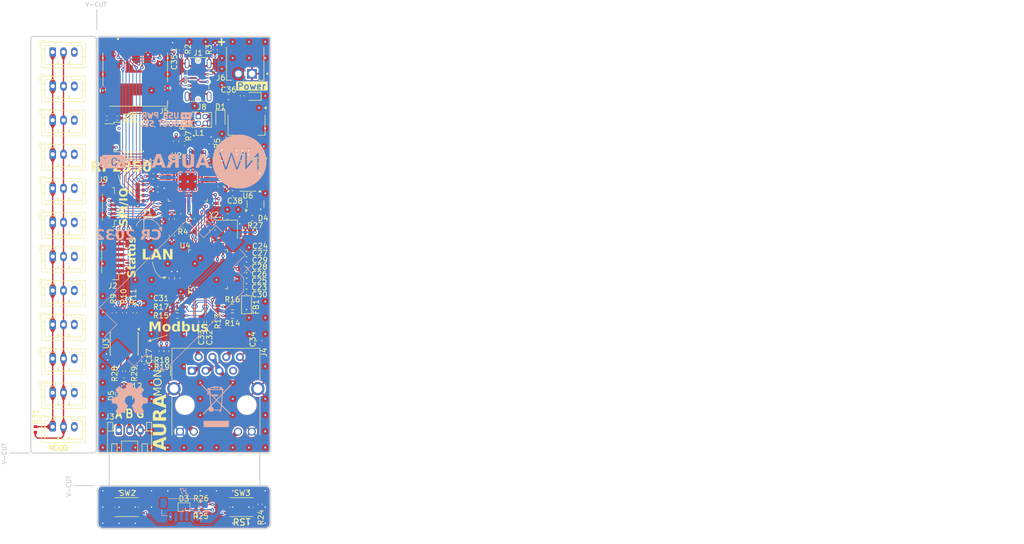
<source format=kicad_pcb>
(kicad_pcb (version 20241229) (generator "pcbnew") (generator_version "9.0")
  (title_block (title "AuraMon") (rev "v0.1"))
  (layers (0 "F.Cu" signal) (4 "In1.Cu" signal) (6 "In2.Cu" signal) (2 "B.Cu" signal) (13 "F.Paste" user) (15 "B.Paste" user) (5 "F.SilkS" user "F.Silkscreen") (7 "B.SilkS" user "B.Silkscreen") (1 "F.Mask" user) (3 "B.Mask" user) (25 "Edge.Cuts" user))
  (net 0 "")
  (net 1 "GND")
  (net 2 "+3V3")
  (net 3 "+1V1")
  (net 4 "Net-(C2-Pad1)")
  (net 5 "Net-(C31-Pad1)")
  (net 6 "Net-(J4-RCT)")
  (net 7 "Net-(D3-A2)")
  (net 8 "Net-(D3-A1)")
  (net 9 "Net-(J4-Pad10)")
  (net 11 "Net-(J4-Pad11)")
  (net 14 "/Control/RUN")
  (net 15 "Net-(U2-USB_DP)")
  (net 16 "Net-(U2-USB_DM)")
  (net 17 "/MCU/XIN")
  (net 18 "/MCU/VREG_AVDD")
  (net 19 "/MCU/VREG_LX")
  (net 20 "/MCU/XOUT")
  (net 21 "/MCU/QSPI_SS")
  (net 22 "/MCU/FLASH_SS")
  (net 23 "/MCU/QSPI_SD2")
  (net 24 "/MCU/QSPI_SCLK")
  (net 25 "/MCU/QSPI_SD0")
  (net 26 "/MCU/QSPI_SD1")
  (net 27 "/MCU/QSPI_SD3")
  (net 28 "/MCU/RUN")
  (net 29 "/MCU/USB_D+")
  (net 30 "/MCU/USB_D-")
  (net 35 "+3.3VA")
  (net 36 "/LAN/ETH.RX+")
  (net 37 "/LAN/RX+")
  (net 38 "/LAN/ETH.RX-")
  (net 39 "/LAN/RX-")
  (net 41 "Net-(U4-1V2O)")
  (net 42 "Net-(U4-TOCAP)")
  (net 43 "/LAN/CLKIN")
  (net 45 "Net-(J1-CC1)")
  (net 46 "Net-(J1-CC2)")
  (net 49 "/LAN/ETH.TX+")
  (net 50 "/LAN/ETH.TX-")
  (net 52 "/LAN/ETH.LEDY")
  (net 53 "/LAN/ETH.LEDG")
  (net 54 "Net-(U4-EXRES1)")
  (net 55 "/LAN/LAN.MOSI")
  (net 56 "/LAN/LAN.SCLK")
  (net 58 "/LAN/LAN.MISO")
  (net 66 "/LAN/LAN.~{INT}")
  (net 70 "/LAN/LAN.~{SCS}")
  (net 76 "VBUS")
  (net 77 "/MCU/RS485.RX")
  (net 78 "/MCU/RS485.TX")
  (net 79 "/MCU/RS485.RTS")
  (net 80 "/MCU/~{USB_BOOT}")
  (net 81 "Net-(R24-Pad1)")
  (net 82 "/Control/GPIO3")
  (net 83 "/MCU/GPIO3")
  (net 84 "/Control/LED_G")
  (net 85 "/Control/LED_R")
  (net 86 "/MCU/LED_G")
  (net 87 "/MCU/LED_R")
  (net 88 "/MCU/SD.CLK")
  (net 91 "/MCU/USB_5V")
  (net 92 "Net-(U6-VDD)")
  (net 93 "Net-(BT1-+)")
  (net 94 "Net-(U6-OSCI)")
  (net 96 "Net-(U6-OSCO)")
  (net 98 "Net-(D4-Pad1)")
  (net 99 "/MCU/SDA")
  (net 100 "/MCU/SCL")
  (net 101 "/MCU/SD.DAT0")
  (net 102 "/MCU/SD.DAT2")
  (net 103 "/MCU/SD.CMD")
  (net 104 "/MCU/SD.DAT3")
  (net 105 "/MCU/SD.DAT1")
  (net 106 "/MCU/SPI1_CLK")
  (net 107 "/MCU/SPI1_MISO")
  (net 108 "/MCU/SPI1_MOSI")
  (net 109 "/MCU/SPI1_CS")
  (net 110 "Net-(U3-A)")
  (net 111 "Net-(U3-B)")
  (net 112 "/Modbus/RS485_P")
  (net 113 "/Modbus/RS485_N")
  (net 114 "Net-(D8-A)")
  (net 115 "Net-(D1-A)")
  (net 116 "Net-(J10-Pin_2)")
  (net 117 "Net-(J10-Pin_1)")
  (footprint "Resistor_SMD:R_0402_1005Metric" (layer "F.Cu") (at 103.65 61.15 -90)
    (property "Reference" "R8")
    (property "Value" "27" (hide yes))
  )
  (footprint "AuraMon:C_0402_1005Metric" (layer "F.Cu") (at 113 71.8 180)
    (property "Reference" "C38")
    (property "Value" "100n" (hide yes))
  )
  (footprint "AuraMon:C_0402_1005Metric" (layer "F.Cu") (at 109 64.6 -90)
    (property "Reference" "C7")
    (property "Value" "4.7u" (hide yes))
  )
  (footprint "AuraMon:QFN-60_7X7_RPI" (layer "F.Cu") (at 104.7 69.65)
    (property "Reference" "U2")
    (property "Value" "RP2350A" (hide yes))
  )
  (footprint "Connector_JST:JST_PH_B3B-PH-K_1x03_P2.00mm_Vertical" (layer "F.Cu") (at 79.746447 114.95)
    (property "Reference" "J21" (hide yes))
    (property "Value" "Conn_01x03" (hide yes))
  )
  (footprint "Resistor_SMD:R_0402_1005Metric" (layer "F.Cu") (at 118.05 129.3 -90)
    (property "Reference" "R24")
    (property "Value" "1k")
  )
  (footprint "AuraMon:C_0402_1005Metric" (layer "F.Cu") (at 102.75 87.5 -90)
    (property "Reference" "C21" (hide yes))
    (property "Value" "100n" (hide yes))
  )
  (footprint "AuraMon:C_0402_1005Metric" (layer "F.Cu") (at 99.15 71.05 180)
    (property "Reference" "C13" (hide yes))
    (property "Value" "100n" (hide yes))
  )
  (footprint "AuraMon:C_0402_1005Metric" (layer "F.Cu") (at 98.35 66.2 180)
    (property "Reference" "C11" (hide yes))
    (property "Value" "100n" (hide yes))
  )
  (footprint "AuraMon:C_0402_1005Metric" (layer "F.Cu") (at 101.74 79.61 -90)
    (property "Reference" "C2" (hide yes))
    (property "Value" "15p" (hide yes))
  )
  (footprint "AuraMon:C_0402_1005Metric" (layer "F.Cu") (at 101.75 87.5125 -90)
    (property "Reference" "C20" (hide yes))
    (property "Value" "4.7u" (hide yes))
  )
  (footprint "Connector_PinHeader_1.27mm:PinHeader_2x02_P1.27mm_Vertical" (layer "F.Cu") (at 106.65 57.6)
    (property "Reference" "J8")
    (property "Value" "Conn_02x02_Odd_Even" (hide yes))
  )
  (footprint "AuraMon:C_0402_1005Metric_small_pads" (layer "F.Cu") (at 106.7 64.1)
    (property "Reference" "C5" (hide yes))
    (property "Value" "4.7u" (hide yes))
  )
  (footprint "Resistor_SMD:R_0402_1005Metric" (layer "F.Cu") (at 91.1 93.9 -90)
    (property "Reference" "R9")
    (property "Value" "10k" (hide yes))
  )
  (footprint "AuraMon:C_0402_1005Metric" (layer "F.Cu") (at 105.45 76.55 -90)
    (property "Reference" "C8" (hide yes))
    (property "Value" "4.7u" (hide yes))
  )
  (footprint "AuraMon:C_0402_1005Metric" (layer "F.Cu") (at 101.74 76.54 90)
    (property "Reference" "C1" (hide yes))
    (property "Value" "15p" (hide yes))
  )
  (footprint "AuraMon:C_0402_1005Metric" (layer "F.Cu") (at 96.7 103.895 180)
    (property "Reference" "C17")
    (property "Value" "100n" (hide yes))
  )
  (footprint "AuraMon:C_0402_1005Metric" (layer "F.Cu") (at 110.8 70.5 -90)
    (property "Reference" "C12" (hide yes))
    (property "Value" "100n" (hide yes))
  )
  (footprint "Connector_JST:JST_PH_B3B-PH-K_1x03_P2.00mm_Vertical" (layer "F.Cu") (at 79.746447 89.768182)
    (property "Reference" "J17" (hide yes))
    (property "Value" "Conn_01x03" (hide yes))
  )
  (footprint "LED_SMD:LED_0603_1608Metric" (layer "F.Cu") (at 116.75 53.875 180)
    (property "Reference" "D8" (hide yes))
    (property "Value" "LED" (hide yes))
  )
  (footprint "Connector_JST:JST_PH_B3B-PH-K_1x03_P2.00mm_Vertical" (layer "F.Cu") (at 79.746447 45.7)
    (property "Reference" "J10" (hide yes))
    (property "Value" "Conn_01x03" (hide yes))
  )
  (footprint "Resistor_SMD:R_0402_1005Metric" (layer "F.Cu") (at 95.95 72.2)
    (property "Reference" "R22" (hide yes))
    (property "Value" "10k" (hide yes))
  )
  (footprint "Resistor_SMD:R_0402_1005Metric" (layer "F.Cu") (at 106.75 129.31 180)
    (property "Reference" "R26")
    (property "Value" "1k" (hide yes))
  )
  (footprint "AuraMon:C_0402_1005Metric" (layer "F.Cu") (at 110.08 66.95)
    (property "Reference" "C15" (hide yes))
    (property "Value" "100n" (hide yes))
  )
  (footprint "AuraMon:C_0402_1005Metric_small_pads" (layer "F.Cu") (at 106.7 65.05)
    (property "Reference" "C4" (hide yes))
    (property "Value" "4.7u" (hide yes))
  )
  (footprint "Package_TO_SOT_SMD:SOT-23" (layer "F.Cu") (at 117.2 73.8 90)
    (property "Reference" "D4")
    (property "Value" "BAT54C" (hide yes))
  )
  (footprint "AuraMon:C_0402_1005Metric" (layer "F.Cu") (at 102.89 75.6 -90)
    (property "Reference" "C16" (hide yes))
    (property "Value" "100n" (hide yes))
  )
  (footprint "AuraMon:C_0402_1005Metric" (layer "F.Cu") (at 115.55 85)
    (property "Reference" "C29")
    (property "Value" "100n" (hide yes))
  )
  (footprint "Resistor_SMD:R_0402_1005Metric" (layer "F.Cu") (at 76.55 115.45 90)
    (property "Reference" "R31")
    (property "Value" "120" (hide yes))
  )
  (footprint "Resistor_SMD:R_0603_1608Metric" (layer "F.Cu") (at 110.25 92.6 -90)
    (property "Reference" "R13")
    (property "Value" "12.4k" (hide yes))
  )
  (footprint "AuraMon:USB-C-SMD_TYPEC-305-ACP16H458" (layer "F.Cu") (at 106.6 50.85 90)
    (property "Reference" "J1")
    (property "Value" "USB_C_Receptacle_USB2.0_16P" (hide yes))
    (fp_poly (pts (xy 3.971578 -0.05221) (xy 3.944552 -0.153073) (xy 3.892341 -0.243505) (xy 3.818505 -0.317341) (xy 3.728073 -0.369552) (xy 3.62721 -0.396578) (xy 3.52279 -0.396578) (xy 3.421927 -0.369552) (xy 3.331495 -0.317341) (xy 3.257659 -0.243505) (xy 3.205448 -0.153073) (xy 3.178422 -0.05221) (xy 3.178422 0.05221) (xy 3.205448 0.153073) (xy 3.257659 0.243505) (xy 3.331495 0.317341) (xy 3.421927 0.369552) (xy 3.52279 0.396578) (xy 3.62721 0.396578) (xy 3.728073 0.369552) (xy 3.818505 0.317341) (xy 3.892341 0.243505) (xy 3.944552 0.153073) (xy 3.971578 0.05221)) (fill yes) (layer "Edge.Cuts"))
    (fp_poly (pts (xy -3.178422 -0.05221) (xy -3.205448 -0.153073) (xy -3.257659 -0.243505) (xy -3.331495 -0.317341) (xy -3.421927 -0.369552) (xy -3.52279 -0.396578) (xy -3.62721 -0.396578) (xy -3.728073 -0.369552) (xy -3.818505 -0.317341) (xy -3.892341 -0.243505) (xy -3.944552 -0.153073) (xy -3.971578 -0.05221) (xy -3.971578 0.05221) (xy -3.944552 0.153073) (xy -3.892341 0.243505) (xy -3.818505 0.317341) (xy -3.728073 0.369552) (xy -3.62721 0.396578) (xy -3.52279 0.396578) (xy -3.421927 0.369552) (xy -3.331495 0.317341) (xy -3.257659 0.243505) (xy -3.205448 0.153073) (xy -3.178422 0.05221)) (fill yes) (layer "Edge.Cuts"))
  )
  (footprint "AuraMon:C_0402_1005Metric" (layer "F.Cu") (at 115.55 86)
    (property "Reference" "C28")
    (property "Value" "100n" (hide yes))
  )
  (footprint "AuraMon:R_0402_1005Metric" (layer "F.Cu") (at 116.6 76.4)
    (property "Reference" "R27")
    (property "Value" "100" (hide yes))
  )
  (footprint "AuraMon:Arrow2" (layer "F.Cu") (at 99.351636 86.05 -60)
    (property "Reference" "G2" (hide yes))
    (property "Value" "LOGO" (hide yes))
  )
  (footprint "Resistor_SMD:R_0402_1005Metric" (layer "F.Cu") (at 89.75 57.9)
    (property "Reference" "R1")
    (property "Value" "0" (hide yes))
  )
  (footprint "Connector_JST:JST_PH_B3B-PH-K_1x03_P2.00mm_Vertical" (layer "F.Cu") (at 79.746447 64.586364)
    (property "Reference" "J13" (hide yes))
    (property "Value" "Conn_01x03" (hide yes))
  )
  (footprint "AuraMon:C_0402_1005Metric" (layer "F.Cu") (at 115.55 89)
    (property "Reference" "C23")
    (property "Value" "100n" (hide yes))
  )
  (footprint "AuraMon:C_0402_1005Metric" (layer "F.Cu") (at 109.2 78.6 90)
    (property "Reference" "C22" (hide yes))
    (property "Value" "15p" (hide yes))
  )
  (footprint "AuraMon:PTS815SJM250SMTRLFS" (layer "F.Cu") (at 114.6 129.81)
    (property "Reference" "SW3")
    (property "Value" "SW_Push" (hide yes))
  )
  (footprint "Resistor_SMD:R_0402_1005Metric" (layer "F.Cu") (at 92.95 106.295)
    (property "Reference" "R12")
    (property "Value" "120" (hide yes))
  )
  (footprint "Resistor_SMD:R_0402_1005Metric" (layer "F.Cu") (at 109 62.7 -90)
    (property "Reference" "R5")
    (property "Value" "33" (hide yes))
  )
  (footprint "AuraMon:Arrow3" (layer "F.Cu") (at 99.15 98.6 -80)
    (property "Reference" "G3" (hide yes))
    (property "Value" "LOGO" (hide yes))
  )
  (footprint "LED_SMD:LED_LiteOn_LTST-C295K_1.6x0.8mm" (layer "F.Cu") (at 104 129.81 180)
    (property "Reference" "D3")
    (property "Value" "Red Green" (hide yes))
  )
  (footprint "AuraMon:C_0402_1005Metric" (layer "F.Cu") (at 111.9 69.8 -90)
    (property "Reference" "C9" (hide yes))
    (property "Value" "100n" (hide yes))
  )
  (footprint "AuraMon:C_0402_1005Metric" (layer "F.Cu") (at 98.3 68.65 180)
    (property "Reference" "C6" (hide yes))
    (property "Value" "100n" (hide yes))
  )
  (footprint "AuraMon:PTS815SJM250SMTRLFS" (layer "F.Cu") (at 93.4 129.81)
    (property "Reference" "SW2")
    (property "Value" "SW_Push" (hide yes))
  )
  (footprint "Connector_JST:JST_SH_BM06B-SRSS-TB_1x06-1MP_P1.00mm_Vertical" (layer "F.Cu") (at 90.825 83.65 90)
    (property "Reference" "J2")
    (property "Value" "Conn_01x06" (hide yes))
  )
  (footprint "AuraMon:SOIC-8" (layer "F.Cu") (at 92.95 99.595 -90)
    (property "Reference" "U3")
    (property "Value" "MAX3485" (hide yes))
  )
  (footprint "Resistor_SMD:R_0603_1608Metric" (layer "F.Cu") (at 112.95 92.8 180)
    (property "Reference" "R16")
    (property "Value" "49R9" (hide yes))
  )
  (footprint "Resistor_SMD:R_0402_1005Metric" (layer "F.Cu") (at 99.8 100.98 -90)
    (property "Reference" "R18")
    (property "Value" "470" (hide yes))
  )
  (footprint "Resistor_SMD:R_0402_1005Metric" (layer "F.Cu") (at 95.95 71.2)
    (property "Reference" "R21" (hide yes))
    (property "Value" "10k" (hide yes))
  )
  (footprint "Resistor_SMD:R_0402_1005Metric" (layer "F.Cu") (at 95.95 70.2)
    (property "Reference" "R20" (hide yes))
    (property "Value" "10k" (hide yes))
  )
  (footprint "Connector_JST:JST_PH_B3B-PH-K_1x03_P2.00mm_Vertical" (layer "F.Cu") (at 79.746447 83.472727)
    (property "Reference" "J16" (hide yes))
    (property "Value" "Conn_01x03" (hide yes))
  )
  (footprint "Resistor_SMD:R_0402_1005Metric" (layer "F.Cu") (at 103.81 77.71 180)
    (property "Reference" "R4")
    (property "Value" "1k" (hide yes))
  )
  (footprint "AuraMon:C_0402_1005Metric" (layer "F.Cu") (at 114.85 79.05 180)
    (property "Reference" "C19" (hide yes))
    (property "Value" "100n" (hide yes))
  )
  (footprint "Capacitor_SMD:C_0603_1608Metric" (layer "F.Cu") (at 117.975 64.4 180)
    (property "Reference" "C37")
    (property "Value" "22u" (hide yes))
  )
  (footprint "AuraMon:C_0402_1005Metric" (layer "F.Cu") (at 117.9 99.05 90)
    (property "Reference" "C34")
    (property "Value" "100n" (hide yes))
  )
  (footprint "Resistor_SMD:R_0402_1005Metric" (layer "F.Cu") (at 93.6 104.695 -90)
    (property "Reference" "R29")
    (property "Value" "10" (hide yes))
  )
  (footprint "Resistor_SMD:R_0402_1005Metric" (layer "F.Cu") (at 104.1 62.6 180)
    (property "Reference" "R7")
    (property "Value" "27" (hide yes))
  )
  (footprint "Connector_JST:JST_SUR_BM06B-SURS-TF_1x06-1MP_P0.80mm_Vertical" (layer "F.Cu") (at 90.15 74.35 90)
    (property "Reference" "J9")
    (property "Value" "Conn_01x06" (hide yes))
  )
  (footprint "Package_QFP:LQFP-48_7x7mm_P0.5mm" (layer "F.Cu") (at 108.45 85.8625 90)
    (property "Reference" "U4")
    (property "Value" "W5500" (hide yes))
  )
  (footprint "AuraMon:L0805" (layer "F.Cu") (at 115.55 92.4 90)
    (property "Reference" "FB1")
    (property "Value" "MH2029-300Y" (hide yes))
  )
  (footprint "Resistor_SMD:R_0402_1005Metric" (layer "F.Cu") (at 92.3 104.695 -90)
    (property "Reference" "R28")
    (property "Value" "10" (hide yes))
  )
  (footprint "Connector_JST:JST_PH_B3B-PH-K_1x03_P2.00mm_Vertical" (layer "F.Cu") (at 79.746447 70.881818)
    (property "Reference" "J14" (hide yes))
    (property "Value" "Conn_01x03" (hide yes))
  )
  (footprint "AuraMon:C_0402_1005Metric" (layer "F.Cu") (at 115.55 90)
    (property "Reference" "C30")
    (property "Value" "4.7u" (hide yes))
  )
  (footprint "AuraMon:C_0402_1005Metric" (layer "F.Cu") (at 110.45 73.65)
    (property "Reference" "C14" (hide yes))
    (property "Value" "100n" (hide yes))
  )
  (footprint "AuraMon:Arrow2" (layer "F.Cu") (at 93.017693 69.893901 -60)
    (property "Reference" "G2" (hide yes))
    (property "Value" "LOGO" (hide yes))
  )
  (footprint "Connector_JST:JST_PH_B3B-PH-K_1x03_P2.00mm_Vertical" (layer "F.Cu") (at 79.746447 77.177273)
    (property "Reference" "J15" (hide yes))
    (property "Value" "Conn_01x03" (hide yes))
  )
  (footprint "AuraMon:C_0402_1005Metric" (layer "F.Cu") (at 115.55 87)
    (property "Reference" "C26")
    (property "Value" "100n" (hide yes))
  )
  (footprint "AuraMon:C_0402_1005Metric" (layer "F.Cu") (at 97.35 57.8 180)
    (property "Reference" "C3" (hide yes))
    (property "Value" "100n" (hide yes))
  )
  (footprint "Crystal:Crystal_SMD_3225-4Pin_3.2x2.5mm" (layer "F.Cu") (at 98.29 78.12 -90)
    (property "Reference" "Y1")
    (property "Value" "ABM8-272-T3" (hide yes))
  )
  (footprint "AuraMon:C_0402_1005Metric" (layer "F.Cu") (at 115.55 88)
    (property "Reference" "C25")
    (property "Value" "100n" (hide yes))
  )
  (footprint "AuraMon:C_0402_1005Metric" (layer "F.Cu") (at 115.55 83)
    (property "Reference" "C24")
    (property "Value" "10n" (hide yes))
  )
  (footprint "Diode_SMD:D_SOD-323" (layer "F.Cu") (at 110.725 58.05 -90)
    (property "Reference" "D1")
    (property "Value" "D_Schottky_Small" (hide yes))
  )
  (footprint "Connector_JST:JST_PH_B3B-PH-K_1x03_P2.00mm_Vertical" (layer "F.Cu") (at 79.746447 58.290909)
    (property "Reference" "J12" (hide yes))
    (property "Value" "Conn_01x03" (hide yes))
  )
  (footprint "Resistor_SMD:R_0402_1005Metric" (layer "F.Cu") (at 93 93.9 -90)
    (property "Reference" "R10")
    (property "Value" "10k" (hide yes))
  )
  (footprint "Resistor_SMD:R_0603_1608Metric" (layer "F.Cu") (at 102.75 92.8 180)
    (property "Reference" "R17")
    (property "Value" "49R9" (hide yes))
  )
  (footprint "AuraMon:C_0402_1005Metric" (layer "F.Cu") (at 112.05 76.095)
    (property "Reference" "C18" (hide yes))
    (property "Value" "15p" (hide yes))
  )
  (footprint "Resistor_SMD:R_0402_1005Metric" (layer "F.Cu") (at 91.7 57.9)
    (property "Reference" "R6")
    (property "Value" "1k" (hide yes))
  )
  (footprint "Resistor_SMD:R_0603_1608Metric" (layer "F.Cu") (at 102.75 94.4 180)
    (property "Reference" "R15")
    (property "Value" "49R9" (hide yes))
  )
  (footprint "Connector_JST:JST_PH_B3B-PH-K_1x03_P2.00mm_Vertical" (layer "F.Cu") (at 79.746447 96.063636)
    (property "Reference" "J18" (hide yes))
    (property "Value" "Conn_01x03" (hide yes))
  )
  (footprint "AuraMon:PHOENIX_1881448" (layer "F.Cu") (at 118.75 40.8 180)
    (property "Reference" "J6")
    (property "Value" "1881448" (hide yes))
  )
  (footprint "Resistor_SMD:R_0603_1608Metric" (layer "F.Cu") (at 112.95 94.4 180)
    (property "Reference" "R14")
    (property "Value" "49R9" (hide yes))
  )
  (footprint "Resistor_SMD:R_0402_1005Metric" (layer "F.Cu") (at 100.8 100.99 -90)
    (property "Reference" "R19")
    (property "Value" "470" (hide yes))
  )
  (footprint "AuraMon:RJ45_Hanrun_HR911105A_Horizontal" (layer "F.Cu") (at 105.45 104.59)
    (property "Reference" "J4")
    (property "Value" "RJ45_Hanrun_HR911105A_Horizontal" (hide yes))
  )
  (footprint "AuraMon:C_0402_1005Metric" (layer "F.Cu") (at 102.55 62.17 90)
    (property "Reference" "C10" (hide yes))
    (property "Value" "100n" (hide yes))
  )
  (footprint "Capacitor_SMD:C_0603_1608Metric" (layer "F.Cu") (at 102.75 91.2)
    (property "Reference" "C31")
    (property "Value" "22n" (hide yes))
  )
  (footprint "AuraMon:C_0402_1005Metric" (layer "F.Cu") (at 102.15 45.2 90)
    (property "Reference" "C35")
    (property "Value" "100n" (hide yes))
  )
  (footprint "Crystal:Crystal_SMD_3215-2Pin_3.2x1.5mm" (layer "F.Cu") (at 114.35 66.6 180)
    (property "Reference" "Y3")
    (property "Value" "X321532768KGD2SI" (hide yes))
  )
  (footprint "Connector_JST:JST_PH_B3B-PH-K_1x03_P2.00mm_Vertical" (layer "F.Cu") (at 79.746447 51.995455)
    (property "Reference" "J11" (hide yes))
    (property "Value" "Conn_01x03" (hide yes))
  )
  (footprint "AuraMon:C_0402_1005Metric" (layer "F.Cu") (at 115.55 84)
    (property "Reference" "C27")
    (property "Value" "4.7u" (hide yes))
  )
  (footprint "Resistor_SMD:R_0402_1005Metric" (layer "F.Cu") (at 114.75 53.775 -90)
    (property "Reference" "R30" (hide yes))
    (property "Value" "1k" (hide yes))
  )
  (footprint "Resistor_SMD:R_0402_1005Metric" (layer "F.Cu") (at 103.55 45.25 90)
    (property "Reference" "R2")
    (property "Value" "5k1" (hide yes))
  )
  (footprint "Connector_JST:JST_PH_B3B-PH-K_1x03_P2.00mm_Vertical" (layer "F.Cu") (at 79.746447 102.359091)
    (property "Reference" "J19" (hide yes))
    (property "Value" "Conn_01x03" (hide yes))
  )
  (footprint "Resistor_SMD:R_0402_1005Metric" (layer "F.Cu") (at 95.95 73.2)
    (property "Reference" "R23" (hide yes))
    (property "Value" "10k" (hide yes))
  )
  (footprint "Capacitor_SMD:C_0603_1608Metric" (layer "F.Cu") (at 108.7 95.575 -90)
    (property "Reference" "C32")
    (property "Value" "6.8n" (hide yes))
  )
  (footprint "Package_TO_SOT_SMD:SOT-23" (layer "F.Cu") (at 92.95 109.2125 90)
    (property "Reference" "D5")
    (property "Value" "SM712_SOT23" (hide yes))
  )
  (footprint "Connector_JST:JST_PH_S3B-PH-K_1x03_P2.00mm_Horizontal" (layer "F.Cu") (at 91.95 115.6)
    (property "Reference" "J3")
    (property "Value" "Conn_01x03" (hide yes))
  )
  (footprint "AuraMon:L_pol_2016" (layer "F.Cu") (at 106.7 62.45)
    (property "Reference" "L1")
    (property "Value" "3.3u" (hide yes))
  )
  (footprint "AuraMon:AMPHENOL_1140084168" (layer "F.Cu") (at 95 45.5 180)
    (property "Reference" "J5")
    (property "Value" "Micro_SD_Card_Det_Hirose_DM3AT" (hide yes))
  )
  (footprint "Package_SO:MSOP-8_3x3mm_P0.65mm" (layer "F.Cu") (at 115.8 69.8 180)
    (property "Reference" "U6")
    (property "Value" "PCF8563TS" (hide yes))
  )
  (footprint "Crystal:Crystal_SMD_3225-4Pin_3.2x2.5mm" (layer "F.Cu") (at 111.81 78.47 180)
    (property "Reference" "Y2")
    (property "Value" "XO32F025000GEHE001" (hide yes))
  )
  (footprint "Resistor_SMD:R_0402_1005Metric" (layer "F.Cu") (at 106.75 130.3 180)
    (property "Reference" "R25")
    (property "Value" "1k" (hide yes))
  )
  (footprint "Resistor_SMD:R_0402_1005Metric" (layer "F.Cu") (at 109.75 45.25 90)
    (property "Reference" "R3")
    (property "Value" "5k1" (hide yes))
  )
  (footprint "Connector_JST:JST_PH_B3B-PH-K_1x03_P2.00mm_Vertical" (layer "F.Cu") (at 79.746447 108.654545)
    (property "Reference" "J20" (hide yes))
    (property "Value" "Conn_01x03" (hide yes))
  )
  (footprint "Resistor_SMD:R_0402_1005Metric" (layer "F.Cu") (at 94.95 93.9 -90)
    (property "Reference" "R11")
    (property "Value" "10k" (hide yes))
  )
  (footprint "Capacitor_SMD:C_0603_1608Metric" (layer "F.Cu") (at 112.2 54)
    (property "Reference" "C36")
    (property "Value" "22u" (hide yes))
  )
  (footprint "Package_TO_SOT_SMD:SOT-223-3_TabPin2" (layer "F.Cu") (at 115.55 59.15 -90)
    (property "Reference" "U5")
    (property "Value" "AMS1117-3.3" (hide yes))
  )
  (footprint "Capacitor_SMD:C_0603_1608Metric" (layer "F.Cu") (at 107.2 95.575 -90)
    (property "Reference" "C33")
    (property "Value" "6.8n" (hide yes))
  )
  (footprint "AuraMon:SOIC-8_5.23x5.23mm_P1.27mm" (layer "F.Cu") (at 93.8 61.4)
    (property "Reference" "U1")
    (property "Value" "W25Q128JVS" (hide yes))
  )
  (footprint "AuraMon:Arrow1" (layer "B.Cu") (at 97.75 77.65 -110)
    (property "Reference" "G4" (hide yes))
    (property "Value" "LOGO" (hide yes))
  )
  (footprint "Battery:BatteryHolder_Keystone_1060_1x2032" (layer "B.Cu") (at 102.340886 90.759114 -135)
    (property "Reference" "BT1")
    (property "Value" "Battery_Cell" (hide yes))
  )
  (footprint "AuraMon:Jumper" (layer "B.Cu") (at 104.37 57.45)
    (property "Reference" "G***" (hide yes))
    (property "Value" "LOGO" (hide yes))
  )
  (footprint "Symbol:WEEE-Logo_5.6x8mm_SilkScreen" (layer "B.Cu") (at 109.95 111 180)
    (property "Reference" "SS3" (hide yes))
    (property "Value" "WEEE-Logo_5.6x8mm_SilkScreen" (hide yes))
  )
  (footprint "AuraMon:Logo" (layer "B.Cu") (at 114.25 65.95 180)
    (property "Reference" "G10" (hide yes))
    (property "Value" "LOGO" (hide yes))
  )
  (footprint "Connector_JST:JST_SH_BM06B-SRSS-TB_1x06-1MP_P1.00mm_Vertical" (layer "B.Cu") (at 104 130.26 180)
    (property "Reference" "J7")
    (property "Value" "Conn_01x06" (hide yes))
  )
  (footprint "Symbol:OSHW-Symbol_6.7x6mm_SilkScreen" (layer "B.Cu") (at 94 109.8 180)
    (property "Reference" "OSHW" (hide yes))
    (property "Value" "OSHW-Symbol_6.7x6mm_SilkScreen" (hide yes))
  )
  (footprint "AuraMon:Jumper" (layer "B.Cu") (at 104.37 58.95)
    (property "Reference" "G***" (hide yes))
    (property "Value" "LOGO" (hide yes))
  )
  (gr_arc (start 120 119.3) (mid 119.853553 119.653553) (end 119.5 119.8) (stroke (width 0.2)) (layer "Edge.Cuts"))
  (gr_line (start 88.5 42.8) (end 119.5 42.8) (stroke (width 0.2)) (layer "Edge.Cuts"))
  (gr_line (start 76.196447 42.8) (end 87.296447 42.8) (stroke (width 0.2)) (layer "Edge.Cuts"))
  (gr_line (start 117.95 119.8) (end 90.15 119.8) (stroke (width 0.2)) (layer "Edge.Cuts"))
  (gr_line (start 88.000101 119.290052) (end 88 43.300001) (stroke (width 0.2)) (layer "Edge.Cuts"))
  (gr_line (start 120 126.81) (end 120 132.81) (stroke (width 0.2)) (layer "Edge.Cuts"))
  (gr_arc (start 87.796447 119.3) (mid 87.65 119.653553) (end 87.296447 119.8) (stroke (width 0.2)) (layer "Edge.Cuts"))
  (gr_line (start 87.4 125.825) (end 83.8 125.825) (stroke (width 0.2)) (layer "Edge.Cuts"))
  (gr_line (start 75.696447 119.3) (end 75.696447 43.3) (stroke (width 0.2)) (layer "Edge.Cuts"))
  (gr_line (start 90.15 119.8) (end 88.5 119.799999) (stroke (width 0.2)) (layer "Edge.Cuts"))
  (gr_line (start 87.296447 119.8) (end 76.196447 119.8) (stroke (width 0.2)) (layer "Edge.Cuts"))
  (gr_arc (start 76.196447 119.8) (mid 75.842894 119.653553) (end 75.696447 119.3) (stroke (width 0.2)) (layer "Edge.Cuts"))
  (gr_line (start 75.45 119.8) (end 71.85 119.8) (stroke (width 0.2)) (layer "Edge.Cuts"))
  (gr_arc (start 88 126.81) (mid 88.292893 126.102893) (end 89 125.81) (stroke (width 0.2)) (layer "Edge.Cuts"))
  (gr_arc (start 119.5 42.8) (mid 119.853553 42.946447) (end 120 43.3) (stroke (width 0.2)) (layer "Edge.Cuts"))
  (gr_line (start 119 133.81) (end 89 133.81) (stroke (width 0.2)) (layer "Edge.Cuts"))
  (gr_arc (start 87.296447 42.8) (mid 87.65 42.946447) (end 87.796447 43.3) (stroke (width 0.2)) (layer "Edge.Cuts"))
  (gr_line (start 118 119.81) (end 118 125.81) (stroke (width 0.2)) (layer "Edge.Cuts"))
  (gr_arc (start 89 133.81) (mid 88.292893 133.517107) (end 88 132.81) (stroke (width 0.2)) (layer "Edge.Cuts"))
  (gr_arc (start 88.500202 119.799999) (mid 88.143018 119.65009) (end 88.000101 119.290052) (stroke (width 0.2)) (layer "Edge.Cuts"))
  (gr_line (start 89 125.81) (end 90.2 125.81) (stroke (width 0.2)) (layer "Edge.Cuts"))
  (gr_line (start 118 125.81) (end 119 125.81) (stroke (width 0.2)) (layer "Edge.Cuts"))
  (gr_arc (start 119 125.81) (mid 119.707107 126.102893) (end 120 126.81) (stroke (width 0.2)) (layer "Edge.Cuts"))
  (gr_line (start 88 132.81) (end 88 126.81) (stroke (width 0.2)) (layer "Edge.Cuts"))
  (gr_arc (start 75.696447 43.3) (mid 75.842894 42.946447) (end 76.196447 42.8) (stroke (width 0.2)) (layer "Edge.Cuts"))
  (gr_line (start 90.2 125.81) (end 90.2 119.8) (stroke (width 0.2)) (layer "Edge.Cuts"))
  (gr_arc (start 88 43.300001) (mid 88.146447 42.946447) (end 88.5 42.8) (stroke (width 0.2)) (layer "Edge.Cuts"))
  (gr_line (start 90.2 125.81) (end 118 125.81) (stroke (width 0.2)) (layer "Edge.Cuts"))
  (gr_line (start 87.796447 43.3) (end 87.796447 119.3) (stroke (width 0.2)) (layer "Edge.Cuts"))
  (gr_line (start 87.9 41.5) (end 87.9 37.9) (stroke (width 0.2)) (layer "Edge.Cuts"))
  (gr_line (start 119.5 119.8) (end 117.95 119.8) (stroke (width 0.2)) (layer "Edge.Cuts"))
  (gr_line (start 120 43.3) (end 120 119.3) (stroke (width 0.2)) (layer "Edge.Cuts"))
  (gr_arc (start 120 132.81) (mid 119.707107 133.517107) (end 119 133.81) (stroke (width 0.2)) (layer "Edge.Cuts"))
  (gr_text "SPI/IO" (at 93.8 74.35 90) (layer "F.SilkS") (effects (font (size 1.5 1.5) (thickness 0.3) (bold yes)) (justify bottom)))
  (gr_text "A" (at 79.75 118.8 90) (layer "F.SilkS") (effects (font (size 1.5 1.5) (thickness 0.3) (bold yes))))
  (gr_text "B" (at 81.75 118.8 90) (layer "F.SilkS") (effects (font (size 1.5 1.5) (thickness 0.3) (bold yes))))
  (gr_text "AURA" (at 101.1 119.35 90) (layer "F.SilkS") (effects (font (size 2.4 2.4) (thickness 0.3) (bold yes)) (justify left bottom)))
  (gr_text "G" (at 95.9 112.55 0) (layer "F.SilkS") (effects (font (size 1.5 1.5) (thickness 0.3) (bold yes))))
  (gr_text "B" (at 93.9 112.55 0) (layer "F.SilkS") (effects (font (size 1.5 1.5) (thickness 0.3) (bold yes))))
  (gr_text "RP2350" (at 92.4 67 0) (layer "F.SilkS") (effects (font (size 1.9 1.9) (thickness 0.3) (bold yes))))
  (gr_text "Power" (at 113.675 52.725 0) (layer "F.SilkS" knockout) (effects (font (size 1.2 1.2) (thickness 0.2) (bold yes)) (justify left bottom)))
  (gr_text "LAN" (at 96.15 84.35 0) (layer "F.SilkS") (effects (font (size 1.9 1.9) (thickness 0.3) (bold yes)) (justify left bottom)))
  (gr_text "Status" (at 95.3 83.65 90) (layer "F.SilkS") (effects (font (size 1.5 1.5) (thickness 0.3) (bold yes)) (justify bottom)))
  (gr_text "MON" (at 100.1 109.35 90) (layer "F.SilkS") (effects (font (size 1.5 1.5) (thickness 0.1875)) (justify left bottom)))
  (gr_text "RST" (at 114.65 132.61 0) (layer "F.SilkS") (effects (font (size 1.2 1.2) (thickness 0.2) (bold yes))))
  (gr_text "A" (at 91.95 112.65 0) (layer "F.SilkS") (effects (font (size 1.5 1.5) (thickness 0.3) (bold yes))))
  (gr_text "Modbus" (at 97.4 97.65 0) (layer "F.SilkS") (effects (font (size 1.8 1.8) (thickness 0.3) (bold yes)) (justify left bottom)))
  (gr_text "+" (at 109.8 44.6 0) (layer "F.SilkS") (effects (font (size 1.5 1.5) (thickness 0.3) (bold yes)) (justify left bottom)))
  (gr_text "v0.1" (at 90.75 66.1 0) (layer "B.SilkS" knockout) (effects (font (size 1.5 1.5) (thickness 0.2)) (justify mirror)))
  (gr_text "BOOT SEL" (at 103.27 58.95 0) (layer "B.SilkS") (effects (font (size 1 1) (thickness 0.25) (bold yes)) (justify left mirror)))
  (gr_text "MON" (at 98.25 67.4 0) (layer "B.SilkS") (effects (font (size 1.7 1.7) (thickness 0.1875)) (justify left bottom mirror)))
  (gr_text "CR 2032" (at 93.7 79.6 0) (layer "B.SilkS") (effects (font (size 1.9 1.9) (thickness 0.3) (bold yes)) (justify mirror)))
  (gr_text "AURA" (at 108.8 67.5 0) (layer "B.SilkS") (effects (font (size 2.5 2.5) (thickness 0.3) (bold yes)) (justify left bottom mirror)))
  (gr_text "USB PWR" (at 103.27 57.45 0) (layer "B.SilkS") (effects (font (size 1 1) (thickness 0.25) (bold yes)) (justify left mirror)))
  (gr_text "V-CUT" (at 85.7 37.35 0) (layer "Edge.Cuts") (effects (font (size 0.8 0.8) (thickness 0.16) (bold yes)) (justify left bottom)))
  (gr_text "V-CUT" (at 71.3 122 90) (layer "Edge.Cuts") (effects (font (size 0.8 0.8) (thickness 0.16) (bold yes)) (justify left bottom)))
  (gr_text "V-CUT" (at 83.2 128.025 90) (layer "Edge.Cuts") (effects (font (size 0.8 0.8) (thickness 0.16) (bold yes)) (justify left bottom)))
  (segment (start 108.13 48.3) (end 108.63 47.8) (width 0.3) (layer "F.Cu") (net 1))
  (segment (start 105.07 53.4) (end 104.57 53.9) (width 0.3) (layer "F.Cu") (net 1))
  (segment (start 96.87 57.8) (end 96.8875 57.8175) (width 0.15) (layer "F.Cu") (net 1))
  (segment (start 97.82 68.65) (end 96.85 68.65) (width 0.2) (layer "F.Cu") (net 1))
  (segment (start 113.8 87.6) (end 113.8 87.75) (width 0.3) (layer "F.Cu") (net 1))
  (segment (start 92.95 107.1) (end 92.95 108.1875) (width 0.6) (layer "F.Cu") (net 1))
  (segment (start 106.7 89) (end 106.7 90.025) (width 0.3) (layer "F.Cu") (net 1))
  (segment (start 109.7 90.025) (end 109.7 91.05) (width 0.2) (layer "F.Cu") (net 1))
  (segment (start 109.25 91.5) (end 109.25 92.95) (width 0.2) (layer "F.Cu") (net 1))
  (segment (start 83.746447 51.972727) (end 83.696447 52.022727) (width 0.239) (layer "F.Cu") (net 1))
  (segment (start 101.75 76.05) (end 101.75 75.35) (width 0.2) (layer "F.Cu") (net 1))
  (segment (start 100.705 45.4) (end 100.985 45.68) (width 0.3) (layer "F.Cu") (net 1))
  (segment (start 109.2 81.7) (end 109.2 80.5) (width 0.2) (layer "F.Cu") (net 1))
  (segment (start 102.89 76.08) (end 101.76 76.08) (width 0.5) (layer "F.Cu") (net 1))
  (segment (start 100.2 77) (end 100.18 77.02) (width 0.3) (layer "F.Cu") (net 1))
  (segment (start 109.7 91.05) (end 109.25 91.5) (width 0.2) (layer "F.Cu") (net 1))
  (segment (start 100.985 45.68) (end 102.15 45.68) (width 0.3) (layer "F.Cu") (net 1))
  (segment (start 97.345 46.195) (end 97.35 46.2) (width 0.15) (layer "F.Cu") (net 1))
  (segment (start 97.44 80.3) (end 97.44 79.22) (width 0.3) (layer "F.Cu") (net 1))
  (segment (start 93 93.39) (end 93 92.655) (width 0.15) (layer "F.Cu") (net 1))
  (segment (start 111.9 70.28) (end 111.9 71) (width 0.4) (layer "F.Cu") (net 1))
  (segment (start 100.18 77.02) (end 99.14 77.02) (width 0.3) (layer "F.Cu") (net 1))
  (segment (start 101.74 80.09) (end 101.74 80.74) (width 0.2) (layer "F.Cu") (net 1))
  (segment (start 97.345 45.05) (end 97.345 46.195) (width 0.4) (layer "F.Cu") (net 1))
  (segment (start 108.13 53.4) (end 108.63 53.9) (width 0.3) (layer "F.Cu") (net 1))
  (segment (start 90.24 63.305) (end 90.235 63.3) (width 0.2) (layer "F.Cu") (net 1))
  (segment (start 109.725 93.425) (end 110.25 93.425) (width 0.2) (layer "F.Cu") (net 1))
  (segment (start 97.95 71.05) (end 98.67 71.05) (width 0.2) (layer "F.Cu") (net 1))
  (segment (start 101.74 80.74) (end 101.75 80.75) (width 0.2) (layer "F.Cu") (net 1))
  (segment (start 113.4375 88.1125) (end 112.6125 88.1125) (width 0.3) (layer "F.Cu") (net 1))
  (segment (start 113.8 87.4) (end 113.8 87.6) (width 0.3) (layer "F.Cu") (net 1))
  (segment (start 109.25 92.95) (end 109.725 93.425) (width 0.2) (layer "F.Cu") (net 1))
  (segment (start 112.6125 87.1125) (end 113.5125 87.1125) (width 0.3) (layer "F.Cu") (net 1))
  (segment (start 113.85 85.675) (end 113.7875 85.6125) (width 0.3) (layer "F.Cu") (net 1))
  (segment (start 103.525 90.225) (end 103.525 91.2) (width 0.4) (layer "F.Cu") (net 1))
  (segment (start 105.45 77.03) (end 105.22 76.8) (width 0.3) (layer "F.Cu") (net 1))
  (segment (start 101.74 76.06) (end 101.75 76.05) (width 0.2) (layer "F.Cu") (net 1))
  (segment (start 109 65.08) (end 109 65.5) (width 0.4) (layer "F.Cu") (net 1))
  (segment (start 105.75 53.4) (end 107.45 53.4) (width 0.3) (layer "F.Cu") (net 1))
  (segment (start 105.22 76.8) (end 104.85 76.8) (width 0.3) (layer "F.Cu") (net 1))
  (segment (start 118.75 64.4) (end 118.75 63.15) (width 0.3) (layer "F.Cu") (net 1))
  (segment (start 109.2 80.5) (end 109.35 80.35) (width 0.2) (layer "F.Cu") (net 1))
  (segment (start 105.75 48.3) (end 107.45 48.3) (width 0.3) (layer "F.Cu") (net 1))
  (segment (start 83.696447 45.677272) (end 83.746447 45.727272) (width 0.239) (layer "F.Cu") (net 1))
  (segment (start 115.33 78.17) (end 115.35 78.15) (width 0.3) (layer "F.Cu") (net 1))
  (segment (start 96.8875 57.8175) (end 96.8875 58.5875) (width 0.15) (layer "F.Cu") (net 1))
  (segment (start 113.8 87.75) (end 113.4375 88.1125) (width 0.3) (layer "F.Cu") (net 1))
  (segment (start 110.71 77.62) (end 110.71 76.31) (width 0.4) (layer "F.Cu") (net 1))
  (segment (start 113.7875 85.6125) (end 112.6125 85.6125) (width 0.3) (layer "F.Cu") (net 1))
  (segment (start 101.76 76.08) (end 101.74 76.06) (width 0.2) (layer "F.Cu") (net 1))
  (segment (start 107.45 48.3) (end 108.13 48.3) (width 0.3) (layer "F.Cu") (net 1))
  (segment (start 97 66.2) (end 97.82 66.2) (width 0.2) (layer "F.Cu") (net 1))
  (segment (start 105.07 48.3) (end 104.57 47.8) (width 0.3) (layer "F.Cu") (net 1))
  (segment (start 118.05 129.81) (end 118.065 129.795) (width 0.3) (layer "F.Cu") (net 1))
  (segment (start 110.71 76.31) (end 110.65 76.25) (width 0.4) (layer "F.Cu") (net 1))
  (segment (start 107.45 53.4) (end 108.13 53.4) (width 0.3) (layer "F.Cu") (net 1))
  (segment (start 106.3125 88.6125) (end 106.7 89) (width 0.3) (layer "F.Cu") (net 1))
  (segment (start 109.75 44.74) (end 109.75 44) (width 0.3) (layer "F.Cu") (net 1))
  (segment (start 105.75 48.3) (end 105.07 48.3) (width 0.3) (layer "F.Cu") (net 1))
  (segment (start 115.33 79.05) (end 115.33 78.17) (width 0.3) (layer "F.Cu") (net 1))
  (segment (start 105.75 53.4) (end 105.07 53.4) (width 0.3) (layer "F.Cu") (net 1))
  (segment (start 113.5125 87.1125) (end 113.8 87.4) (width 0.3) (layer "F.Cu") (net 1))
  (segment (start 113.85 85.8) (end 113.85 85.675) (width 0.3) (layer "F.Cu") (net 1))
  (segment (start 104.2875 88.6125) (end 106.3125 88.6125) (width 0.3) (layer "F.Cu") (net 1))
  (segment (start 109 65.5) (end 108.65 65.85) (width 0.4) (layer "F.Cu") (net 1))
  (segment (start 96.8875 58.5875) (end 96.9 58.6) (width 0.15) (layer "F.Cu") (net 1))
  (segment (start 83.886447 115.09) (end 83.746447 114.95) (width 0.239) (layer "F.Cu") (net 1))
  (segment (start 91.445 63.305) (end 90.24 63.305) (width 0.2) (layer "F.Cu") (net 1))
  (segment (start 91.45 63.3) (end 91.445 63.305) (width 0.2) (layer "F.Cu") (net 1))
  (segment (start 117.95 68.15) (end 117.9125 68.1875) (width 0.3) (layer "F.Cu") (net 1))
  (segment (start 103.4 90.1) (end 103.525 90.225) (width 0.4) (layer "F.Cu") (net 1))
  (segment (start 103.4 89.95) (end 103.4 90.1) (width 0.4) (layer "F.Cu") (net 1))
  (segment (start 102.55 61.69) (end 102.55 60.95) (width 0.4) (layer "F.Cu") (net 1))
  (segment (start 117.9125 68.1875) (end 117.9125 68.825) (width 0.3) (layer "F.Cu") (net 1))
  (via (at 103.4 89.95) (size 0.6) (drill 0.25) (layers "F.Cu" "B.Cu") (net 1))
  (via (at 119 97.8) (size 0.6) (drill 0.25) (layers "F.Cu" "B.Cu") (net 1))
  (via (at 104 97.8) (size 0.6) (drill 0.25) (layers "F.Cu" "B.Cu") (net 1))
  (via (at 113 118.8) (size 0.6) (drill 0.25) (layers "F.Cu" "B.Cu") (net 1))
  (via (at 116 132.8) (size 0.6) (drill 0.25) (layers "F.Cu" "B.Cu") (net 1))
  (via (at 95 118.8) (size 0.6) (drill 0.25) (layers "F.Cu" "B.Cu") (net 1))
  (via (at 115.35 78.15) (size 0.6) (drill 0.25) (layers "F.Cu" "B.Cu") (net 1))
  (via (at 119 53.8) (size 0.6) (drill 0.25) (layers "F.Cu" "B.Cu") (net 1))
  (via (at 89 129.8) (size 0.6) (drill 0.25) (layers "F.Cu" "B.Cu") (net 1))
  (via (at 98 103.8) (size 0.6) (drill 0.25) (layers "F.Cu" "B.Cu") (net 1))
  (via (at 93 92.655) (size 0.6) (drill 0.25) (layers "F.Cu" "B.Cu") (net 1))
  (via (at 92 66.8) (size 0.6) (drill 0.25) (layers "F.Cu" "B.Cu") (net 1))
  (via (at 89 49.8) (size 0.6) (drill 0.25) (layers "F.Cu" "B.Cu") (net 1))
  (via (at 97.35 46.2) (size 0.6) (drill 0.25) (layers "F.Cu" "B.Cu") (net 1))
  (via (at 89 75.8) (size 0.6) (drill 0.25) (layers "F.Cu" "B.Cu") (net 1))
  (via (at 113 126.8) (size 0.6) (drill 0.25) (layers "F.Cu" "B.Cu") (net 1))
  (via (at 101.5 131.585) (size 0.6) (drill 0.25) (layers "F.Cu" "B.Cu") (net 1))
  (via (at 110 118.8) (size 0.6) (drill 0.25) (layers "F.Cu" "B.Cu") (net 1))
  (via (at 89 93.8) (size 0.6) (drill 0.25) (layers "F.Cu" "B.Cu") (net 1))
  (via (at 98 52.8) (size 0.6) (drill 0.25) (layers "F.Cu" "B.Cu") (net 1))
  (via (at 114 74.8) (size 0.6) (drill 0.25) (layers "F.Cu" "B.Cu") (net 1))
  (via (at 98 97.8) (size 0.6) (drill 0.25) (layers "F.Cu" "B.Cu") (net 1))
  (via (at 96.85 68.65) (size 0.6) (drill 0.25) (layers "F.Cu" "B.Cu") (net 1))
  (via (at 98 126.8) (size 0.6) (drill 0.25) (layers "F.Cu" "B.Cu") (net 1))
  (via (at 119 46.8) (size 0.6) (drill 0.25) (layers "F.Cu" "B.Cu") (net 1))
  (via (at 91.45 63.3) (size 0.6) (drill 0.25) (layers "F.Cu" "B.Cu") (net 1))
  (via (at 107.8 64.15) (size 0.6) (drill 0.25) (layers "F.Cu" "B.Cu") (net 1))
  (via (at 116 129.8) (size 0.6) (drill 0.25) (layers "F.Cu" "B.Cu") (net 1))
  (via (at 89 97.8) (size 0.6) (drill 0.25) (layers "F.Cu" "B.Cu") (net 1))
  (via (at 111 63.8) (size 0.6) (drill 0.25) (layers "F.Cu" "B.Cu") (net 1))
  (via (at 97.44 80.3) (size 0.6) (drill 0.25) (layers "F.Cu" "B.Cu") (net 1))
  (via (at 91.2 46.05) (size 0.6) (drill 0.25) (layers "F.Cu" "B.Cu") (net 1))
  (via (at 98 109.8) (size 0.6) (drill 0.25) (layers "F.Cu" "B.Cu") (net 1))
  (via (at 92 59.8) (size 0.6) (drill 0.25) (layers "F.Cu" "B.Cu") (net 1))
  (via (at 89 81.8) (size 0.6) (drill 0.25) (layers "F.Cu" "B.Cu") (net 1))
  (via (at 116 126.8) (size 0.6) (drill 0.25) (layers "F.Cu" "B.Cu") (net 1))
  (via (at 89 112.8) (size 0.6) (drill 0.25) (layers "F.Cu" "B.Cu") (net 1))
  (via (at 105.95 55.65) (size 0.6) (drill 0.25) (layers "F.Cu" "B.Cu") (net 1))
  (via (at 95.6 47.85) (size 0.6) (drill 0.25) (layers "F.Cu" "B.Cu") (net 1))
  (via (at 95 129.8) (size 0.6) (drill 0.25) (layers "F.Cu" "B.Cu") (net 1))
  (via (at 107 109.8) (size 0.6) (drill 0.25) (layers "F.Cu" "B.Cu") (net 1))
  (via (at 105 43.8) (size 0.6) (drill 0.25) (layers "F.Cu" "B.Cu") (net 1))
  (via (at 92 132.8) (size 0.6) (drill 0.25) (layers "F.Cu" "B.Cu") (net 1))
  (via (at 101.75 80.75) (size 0.6) (drill 0.25) (layers "F.Cu" "B.Cu") (net 1))
  (via (at 92 118.8) (size 0.6) (drill 0.25) (layers "F.Cu" "B.Cu") (net 1))
  (via (at 113 112.8) (size 0.6) (drill 0.25) (layers "F.Cu" "B.Cu") (net 1))
  (via (at 89 132.8) (size 0.6) (drill 0.25) (layers "F.Cu" "B.Cu") (net 1))
  (via (at 92 129.8) (size 0.6) (drill 0.25) (layers "F.Cu" "B.Cu") (net 1))
  (via (at 95 87.8) (size 0.6) (drill 0.25) (layers "F.Cu" "B.Cu") (net 1))
  (via (at 116 46.8) (size 0.6) (drill 0.25) (layers "F.Cu" "B.Cu") (net 1))
  (via (at 89 118.8) (size 0.6) (drill 0.25) (layers "F.Cu" "B.Cu") (net 1))
  (via (at 98 90.8) (size 0.6) (drill 0.25) (layers "F.Cu" "B.Cu") (net 1))
  (via (at 89 126.8) (size 0.6) (drill 0.25) (layers "F.Cu" "B.Cu") (net 1))
  (via (at 108.65 65.85) (size 0.6) (drill 0.25) (layers "F.Cu" "B.Cu") (net 1))
  (via (at 99.5 47.8) (size 0.6) (drill 0.25) (layers "F.Cu" "B.Cu") (net 1))
  (via (at 119 132.8) (size 0.6) (drill 0.25) (layers "F.Cu" "B.Cu") (net 1))
  (via (at 102.15 45.68) (size 0.5) (drill 0.2) (layers "F.Cu" "B.Cu") (net 1))
  (via (at 116 97.8) (size 0.6) (drill 0.25) (layers "F.Cu" "B.Cu") (net 1))
  (via (at 101 46.8) (size 0.6) (drill 0.25) (layers "F.Cu" "B.Cu") (net 1))
  (via (at 116 43.8) (size 0.6) (drill 0.25) (layers "F.Cu" "B.Cu") (net 1))
  (via (at 98 87.8) (size 0.6) (drill 0.25) (layers "F.Cu" "B.Cu") (net 1))
  (via (at 119 91.8) (size 0.6) (drill 0.25) (layers "F.Cu" "B.Cu") (net 1))
  (via (at 112 74.8) (size 0.6) (drill 0.25) (layers "F.Cu" "B.Cu") (net 1))
  (via (at 119 71.8) (size 0.6) (drill 0.25) (layers "F.Cu" "B.Cu") (net 1))
  (via (at 92.95 107.1) (size 0.6) (drill 0.25) (layers "F.Cu" "B.Cu") (net 1))
  (via (at 119 103.8) (size 0.6) (drill 0.25) (layers "F.Cu" "B.Cu") (net 1))
  (via (at 89 106.8) (size 0.6) (drill 0.25) (layers "F.Cu" "B.Cu") (net 1))
  (via (at 119 59.8) (size 0.6) (drill 0.25) (layers "F.Cu" "B.Cu") (net 1))
  (via (at 96.6 92.1) (size 0.6) (drill 0.25) (layers "F.Cu" "B.Cu") (net 1))
  (via (at 101 126.8) (size 0.6) (drill 0.25) (layers "F.Cu" "B.Cu") (net 1))
  (via (at 109.35 80.35) (size 0.6) (drill 0.25) (layers "F.Cu" "B.Cu") (net 1))
  (via (at 109.75 44) (size 0.6) (drill 0.25) (layers "F.Cu" "B.Cu") (net 1))
  (via (at 95 126.8) (size 0.6) (drill 0.25) (layers "F.Cu" "B.Cu") (net 1))
  (via (at 97.95 71.05) (size 0.6) (drill 0.25) (layers "F.Cu" "B.Cu") (net 1))
  (via (at 107 118.8) (size 0.6) (drill 0.25) (layers "F.Cu" "B.Cu") (net 1))
  (via (at 101 84.8) (size 0.6) (drill 0.25) (layers "F.Cu" "B.Cu") (net 1))
  (via (at 113 43.8) (size 0.6) (drill 0.25) (layers "F.Cu" "B.Cu") (net 1))
  (via (at 89 103.8) (size 0.6) (drill 0.25) (layers "F.Cu" "B.Cu") (net 1))
  (via (at 89 115.8) (size 0.6) (drill 0.25) (layers "F.Cu" "B.Cu") (net 1))
  (via (at 113 109.8) (size 0.6) (drill 0.25) (layers "F.Cu" "B.Cu") (net 1))
  (via (at 100.95 52.35) (size 0.6) (drill 0.25) (layers "F.Cu" "B.Cu") (net 1))
  (via (at 113 46.8) (size 0.6) (drill 0.25) (layers "F.Cu" "B.Cu") (net 1))
  (via (at 119 112.8) (size 0.6) (drill 0.25) (layers "F.Cu" "B.Cu") (net 1))
  (via (at 107 106.8) (size 0.6) (drill 0.25) (layers "F.Cu" "B.Cu") (net 1))
  (via (at 111.9 71) (size 0.6) (drill 0.25) (layers "F.Cu" "B.Cu") (net 1))
  (via (at 104.85 76.8) (size 0.6) (drill 0.25) (layers "F.Cu" "B.Cu") (net 1))
  (via (at 107 83.8) (size 0.6) (drill 0.25) (layers "F.Cu" "B.Cu") (net 1))
  (via (at 106.5 131.585) (size 0.6) (drill 0.25) (layers "F.Cu" "B.Cu") (net 1))
  (via (at 111 48.8) (size 0.6) (drill 0.25) (layers "F.Cu" "B.Cu") (net 1))
  (via (at 98 81.8) (size 0.6) (drill 0.25) (layers "F.Cu" "B.Cu") (net 1))
  (via (at 98 115.8) (size 0.6) (drill 0.25) (layers "F.Cu" "B.Cu") (net 1))
  (via (at 104 126.8) (size 0.6) (drill 0.25) (layers "F.Cu" "B.Cu") (net 1))
  (via (at 109.25 91.5) (size 0.6) (drill 0.25) (layers "F.Cu" "B.Cu") (net 1))
  (via (at 117.95 68.15) (size 0.6) (drill 0.25) (layers "F.Cu" "B.Cu") (net 1))
  (via (at 119 94.8) (size 0.6) (drill 0.25) (layers "F.Cu" "B.Cu") (net 1))
  (via (at 89 52.8) (size 0.6) (drill 0.25) (layers "F.Cu" "B.Cu") (net 1))
  (via (at 113.8 87.6) (size 0.6) (drill 0.25) (layers "F.Cu" "B.Cu") (net 1))
  (via (at 111 60.8) (size 0.6) (drill 0.25) (layers "F.Cu" "B.Cu") (net 1))
  (via (at 104 103.8) (size 0.6) (drill 0.25) (layers "F.Cu" "B.Cu") (net 1))
  (via (at 92 126.8) (size 0.6) (drill 0.25) (layers "F.Cu" "B.Cu") (net 1))
  (via (at 108 43.8) (size 0.6) (drill 0.25) (layers "F.Cu" "B.Cu") (net 1))
  (via (at 117.85 56) (size 0.6) (drill 0.25) (layers "F.Cu" "B.Cu") (net 1))
  (via (at 92.35 48.2) (size 0.6) (drill 0.25) (layers "F.Cu" "B.Cu") (net 1))
  (via (at 89.9 102.6) (size 0.6) (drill 0.25) (layers "F.Cu" "B.Cu") (net 1))
  (via (at 96.9 58.6) (size 0.6) (drill 0.25) (layers "F.Cu" "B.Cu") (net 1))
  (via (at 111 51.8) (size 0.6) (drill 0.25) (layers "F.Cu" "B.Cu") (net 1))
  (via (at 111 65.8) (size 0.6) (drill 0.25) (layers "F.Cu" "B.Cu") (net 1))
  (via (at 119 126.8) (size 0.6) (drill 0.25) (layers "F.Cu" "B.Cu") (net 1))
  (via (at 113.85 85.8) (size 0.6) (drill 0.25) (layers "F.Cu" "B.Cu") (net 1))
  (via (at 102.55 60.95) (size 0.6) (drill 0.25) (layers "F.Cu" "B.Cu") (net 1))
  (via (at 91.1 103.7) (size 0.6) (drill 0.25) (layers "F.Cu" "B.Cu") (net 1))
  (via (at 101.75 75.35) (size 0.6) (drill 0.25) (layers "F.Cu" "B.Cu") (net 1))
  (via (at 109.3 77.15) (size 0.6) (drill 0.25) (layers "F.Cu" "B.Cu") (net 1))
  (via (at 89 109.8) (size 0.6) (drill 0.25) (layers "F.Cu" "B.Cu") (net 1))
  (via (at 113 129.8) (size 0.6) (drill 0.25) (layers "F.Cu" "B.Cu") (net 1))
  (via (at 89 84.8) (size 0.6) (drill 0.25) (layers "F.Cu" "B.Cu") (net 1))
  (via (at 111 46.8) (size 0.6) (drill 0.25) (layers "F.Cu" "B.Cu") (net 1))
  (via (at 89 66.8) (size 0.6) (drill 0.25) (layers "F.Cu" "B.Cu") (net 1))
  (via (at 113 132.8) (size 0.6) (drill 0.25) (layers "F.Cu" "B.Cu") (net 1))
  (via (at 100.2 77) (size 0.6) (drill 0.25) (layers "F.Cu" "B.Cu") (net 1))
  (via (at 107 126.8) (size 0.6) (drill 0.25) (layers "F.Cu" "B.Cu") (net 1))
  (via (at 116 94.8) (size 0.6) (drill 0.25) (layers "F.Cu" "B.Cu") (net 1))
  (via (at 119 109.8) (size 0.6) (drill 0.25) (layers "F.Cu" "B.Cu") (net 1))
  (via (at 98 118.8) (size 0.6) (drill 0.25) (layers "F.Cu" "B.Cu") (net 1))
  (via (at 89 69.8) (size 0.6) (drill 0.25) (layers "F.Cu" "B.Cu") (net 1))
  (via (at 113 106.8) (size 0.6) (drill 0.25) (layers "F.Cu" "B.Cu") (net 1))
  (via (at 119 129.8) (size 0.6) (drill 0.25) (layers "F.Cu" "B.Cu") (net 1))
  (via (at 107 112.8) (size 0.6) (drill 0.25) (layers "F.Cu" "B.Cu") (net 1))
  (via (at 98 93.8) (size 0.6) (drill 0.25) (layers "F.Cu" "B.Cu") (net 1))
  (via (at 104 118.8) (size 0.6) (drill 0.25) (layers "F.Cu" "B.Cu") (net 1))
  (via (at 89 72.8) (size 0.6) (drill 0.25) (layers "F.Cu" "B.Cu") (net 1))
  (via (at 89.7 101.5) (size 0.6) (drill 0.25) (layers "F.Cu" "B.Cu") (net 1))
  (via (at 97 66.2) (size 0.6) (drill 0.25) (layers "F.Cu" "B.Cu") (net 1))
  (via (at 110.65 76.25) (size 0.6) (drill 0.25) (layers "F.Cu" "B.Cu") (net 1))
  (via (at 116 81.8) (size 0.6) (drill 0.25) (layers "F.Cu" "B.Cu") (net 1))
  (via (at 118.75 63.15) (size 0.6) (drill 0.25) (layers "F.Cu" "B.Cu") (net 1))
  (via (at 101 49.8) (size 0.6) (drill 0.25) (layers "F.Cu" "B.Cu") (net 1))
  (via (at 119 115.8) (size 0.6) (drill 0.25) (layers "F.Cu" "B.Cu") (net 1))
  (via (at 104 81.8) (size 0.6) (drill 0.25) (layers "F.Cu" "B.Cu") (net 1))
  (via (at 95 132.8) (size 0.6) (drill 0.25) (layers "F.Cu" "B.Cu") (net 1))
  (via (at 98 106.8) (size 0.6) (drill 0.25) (layers "F.Cu" "B.Cu") (net 1))
  (via (at 89 90.8) (size 0.6) (drill 0.25) (layers "F.Cu" "B.Cu") (net 1))
  (via (at 110 126.8) (size 0.6) (drill 0.25) (layers "F.Cu" "B.Cu") (net 1))
  (via (at 107.8 64.75) (size 0.6) (drill 0.25) (layers "F.Cu" "B.Cu") (net 1))
  (via (at 106 84.8) (size 0.6) (drill 0.25) (layers "F.Cu" "B.Cu") (net 1))
  (via (at 110 87.8) (size 0.6) (drill 0.25) (layers "F.Cu" "B.Cu") (net 1))
  (via (at 119 43.8) (size 0.6) (drill 0.25) (layers "F.Cu" "B.Cu") (net 1))
  (via (at 119 118.8) (size 0.6) (drill 0.25) (layers "F.Cu" "B.Cu") (net 1))
  (via (at 101 118.8) (size 0.6) (drill 0.25) (layers "F.Cu" "B.Cu") (net 1))
  (via (at 98 129.8) (size 0.6) (drill 0.25) (layers "F.Cu" "B.Cu") (net 1))
  (via (at 89 46.8) (size 0.6) (drill 0.25) (layers "F.Cu" "B.Cu") (net 1))
  (via (at 116 118.8) (size 0.6) (drill 0.25) (layers "F.Cu" "B.Cu") (net 1))
  (segment (start 101.9 43.7) (end 101.5 43.3) (width 0.3) (layer "F.Cu") (net 2))
  (segment (start 99.7 66.2) (end 98.78 66.2) (width 0.2) (layer "F.Cu") (net 2))
  (segment (start 104.2875 86.6125) (end 106.6375 86.6125) (width 0.3) (layer "F.Cu") (net 2))
  (segment (start 91 76.35) (end 90.15 76.35) (width 0.15) (layer "F.Cu") (net 2))
  (segment (start 112.53 77.24) (end 112.91 77.62) (width 0.5) (layer "F.Cu") (net 2))
  (segment (start 114.75 54.825) (end 114.75 54.285) (width 0.3) (layer "F.Cu") (net 2))
  (segment (start 95.1 43.7) (end 95.1 44.625) (width 0.3) (layer "F.Cu") (net 2))
  (segment (start 104.7 66.1925) (end 104.7 65.75) (width 0.15) (layer "F.Cu") (net 2))
  (segment (start 104.7 65.75) (end 102.55 63.6) (width 0.15) (layer "F.Cu") (net 2))
  (segment (start 102.9 74.75125) (end 102.9 75.11) (width 0.2) (layer "F.Cu") (net 2))
  (segment (start 99.83 70.85) (end 99.63 71.05) (width 0.2) (layer "F.Cu") (net 2))
  (segment (start 100.775 66.85) (end 100.125 66.2) (width 0.2) (layer "F.Cu") (net 2))
  (segment (start 104.3 66.1925) (end 104.3 65.4) (width 0.15) (layer "F.Cu") (net 2))
  (segment (start 104.3 66.93) (end 104.3 66.1925) (width 0.2) (layer "F.Cu") (net 2))
  (segment (start 106.6375 86.6125) (end 109.7 83.55) (width 0.3) (layer "F.Cu") (net 2))
  (segment (start 102.55 62.66) (end 102.6 62.71) (width 0.15) (layer "F.Cu") (net 2))
  (segment (start 107.5 73.0775) (end 107.5 72.625736) (width 0.2) (layer "F.Cu") (net 2))
  (segment (start 108.3275 73.0775) (end 107.5 73.0775) (width 0.2) (layer "F.Cu") (net 2))
  (segment (start 104.7 66.1925) (end 104.7 66.93) (width 0.2) (layer "F.Cu") (net 2))
  (segment (start 109.89 73.64) (end 109.25 73.64) (width 0.2) (layer "F.Cu") (net 2))
  (segment (start 109.25 73.64) (end 108.89 73.64) (width 0.2) (layer "F.Cu") (net 2))
  (segment (start 97.83 57.8) (end 97.8475 57.8175) (width 0.2) (layer "F.Cu") (net 2))
  (segment (start 102.1 70.85) (end 100.35 70.85) (width 0.2) (layer "F.Cu") (net 2))
  (segment (start 104.3 65.4) (end 104.325 65.375) (width 0.15) (layer "F.Cu") (net 2))
  (segment (start 104.7 66.93) (end 104.3 66.93) (width 0.2) (layer "F.Cu") (net 2))
  (segment (start 115.55 55.625) (end 114.75 54.825) (width 0.3) (layer "F.Cu") (net 2))
  (segment (start 101.2625 66.85) (end 100.775 66.85) (width 0.2) (layer "F.Cu") (net 2))
  (segment (start 103.5 74.15125) (end 102.9 74.75125) (width 0.2) (layer "F.Cu") (net 2))
  (segment (start 102.55 63.6) (end 102.55 62.65) (width 0.15) (layer "F.Cu") (net 2))
  (segment (start 101.9 43.95) (end 101.9 43.7) (width 0.3) (layer "F.Cu") (net 2))
  (segment (start 97.8475 59.4925) (end 97.85 59.495) (width 0.2) (layer "F.Cu") (net 2))
  (segment (start 102.15 44.2) (end 101.9 43.95) (width 0.5) (layer "F.Cu") (net 2))
  (segment (start 100.35 70.85) (end 99.83 70.85) (width 0.2) (layer "F.Cu") (net 2))
  (segment (start 107.5 72.625736) (end 107.114264 72.24) (width 0.2) (layer "F.Cu") (net 2))
  (segment (start 103.5 73.0875) (end 103.5 74.15125) (width 0.2) (layer "F.Cu") (net 2))
  (segment (start 94.95 93.39) (end 94.95 92.655) (width 0.15) (layer "F.Cu") (net 2))
  (segment (start 109 62.19) (end 109 61.4) (width 0.3) (layer "F.Cu") (net 2))
  (segment (start 101.5 43.3) (end 95.5 43.3) (width 0.3) (layer "F.Cu") (net 2))
  (segment (start 104.325 65.375) (end 104.325 65.385) (width 0.15) (layer "F.Cu") (net 2))
  (segment (start 102.15 44.72) (end 102.15 44.2) (width 0.5) (layer "F.Cu") (net 2))
  (segment (start 101.2625 66.85) (end 101.7 66.85) (width 0.2) (layer "F.Cu") (net 2))
  (segment (start 109.90125 69.65) (end 110.30125 70.05) (width 0.2) (layer "F.Cu") (net 2))
  (segment (start 107.30125 69.65) (end 109.90125 69.65) (width 0.2) (layer "F.Cu") (net 2))
  (segment (start 91.1 93.39) (end 91.1 92.655) (width 0.15) (layer "F.Cu") (net 2))
  (segment (start 113.13 79.1) (end 112.91 79.32) (width 0.5) (layer "F.Cu") (net 2))
  (segment (start 97.85 59.495) (end 98.6 59.495) (width 0.4) (layer "F.Cu") (net 2))
  (segment (start 101.7 66.85) (end 102.085736 67.235736) (width 0.2) (layer "F.Cu") (net 2))
  (segment (start 110.83 70.05) (end 110.8 70.02) (width 0.2) (layer "F.Cu") (net 2))
  (segment (start 102.55 62.65) (end 102.55 62.66) (width 0.15) (layer "F.Cu") (net 2))
  (segment (start 110.30125 70.05) (end 110.83 70.05) (width 0.2) (layer "F.Cu") (net 2))
  (segment (start 109.7 83.55) (end 109.7 81.7) (width 0.3) (layer "F.Cu") (net 2))
  (segment (start 100.125 66.2) (end 99.7 66.2) (width 0.2) (layer "F.Cu") (net 2))
  (segment (start 97.8475 57.8175) (end 97.8475 59.4925) (width 0.2) (layer "F.Cu") (net 2))
  (segment (start 115.55 56) (end 115.55 55.625) (width 0.3) (layer "F.Cu") (net 2))
  (segment (start 103.5 73.0875) (end 103.5 72.3) (width 0.2) (layer "F.Cu") (net 2))
  (segment (start 108.89 73.64) (end 108.3275 73.0775) (width 0.2) (layer "F.Cu") (net 2))
  (segment (start 95.5 43.3) (end 95.1 43.7) (width 0.3) (layer "F.Cu") (net 2))
  (segment (start 102.9 75.11) (end 102.89 75.12) (width 0.2) (layer "F.Cu") (net 2))
  (via (at 95.45 74.05) (size 0.6) (drill 0.25) (layers "F.Cu" "B.Cu") (net 2))
  (via (at 113.7 64.65) (size 0.6) (drill 0.25) (layers "F.Cu" "B.Cu") (net 2))
  (via (at 101.75 86.25) (size 0.6) (drill 0.25) (layers "F.Cu" "B.Cu") (net 2))
  (via (at 115.55 93.289) (size 0.6) (drill 0.25) (layers "F.Cu" "B.Cu") (net 2))
  (via (at 96.2 101.995) (size 0.6) (drill 0.25) (layers "F.Cu" "B.Cu") (net 2))
  (via (at 109.25 73.64) (size 0.6) (drill 0.25) (layers "F.Cu" "B.Cu") (net 2))
  (via (at 98.6 59.495) (size 0.5) (drill 0.2) (layers "F.Cu" "B.Cu") (net 2))
  (via (at 115.9 63.9) (size 0.6) (drill 0.25) (layers "F.Cu" "B.Cu") (net 2))
  (via (at 95.35 103.695) (size 0.6) (drill 0.25) (layers "F.Cu" "B.Cu") (net 2))
  (via (at 114.25 76.15) (size 0.6) (drill 0.25) (layers "F.Cu" "B.Cu") (net 2))
  (via (at 114.8 63.9) (size 0.6) (drill 0.25) (layers "F.Cu" "B.Cu") (net 2))
  (via (at 114.3 77.45) (size 0.6) (drill 0.25) (layers "F.Cu" "B.Cu") (net 2))
  (via (at 115.9 64.65) (size 0.6) (drill 0.25) (layers "F.Cu" "B.Cu") (net 2))
  (via (at 113.7 63.9) (size 0.6) (drill 0.25) (layers "F.Cu" "B.Cu") (net 2))
  (via (at 100.35 70.85) (size 0.6) (drill 0.25) (layers "F.Cu" "B.Cu") (net 2))
  (via (at 99.7 66.2) (size 0.6) (drill 0.25) (layers "F.Cu" "B.Cu") (net 2))
  (via (at 94.95 92.655) (size 0.6) (drill 0.25) (layers "F.Cu" "B.Cu") (net 2))
  (via (at 96.2 102.845) (size 0.6) (drill 0.25) (layers "F.Cu" "B.Cu") (net 2))
  (via (at 101.9 43.95) (size 0.6) (drill 0.25) (layers "F.Cu" "B.Cu") (net 2))
  (via (at 118.15 74.7375) (size 0.6) (drill 0.25) (layers "F.Cu" "B.Cu") (net 2))
  (via (at 90.15 76.35) (size 0.5) (drill 0.2) (layers "F.Cu" "B.Cu") (net 2))
  (via (at 91.1 92.655) (size 0.6) (drill 0.25) (layers "F.Cu" "B.Cu") (net 2))
  (via (at 102.75 86.25) (size 0.6) (drill 0.25) (layers "F.Cu" "B.Cu") (net 2))
  (via (at 114.8 64.65) (size 0.6) (drill 0.25) (layers "F.Cu" "B.Cu") (net 2))
  (via (at 108.95 67) (size 0.6) (drill 0.25) (layers "F.Cu" "B.Cu") (net 2))
  (via (at 109 61.4) (size 0.6) (drill 0.25) (layers "F.Cu" "B.Cu") (net 2))
  (segment (start 104.9 75.4505) (end 104.9 75.47) (width 0.15) (layer "F.Cu") (net 3))
  (segment (start 110.4995 69.25) (end 108.1375 69.25) (width 0.2) (layer "F.Cu") (net 3))
  (segment (start 110.5 69.2505) (end 111.7305 69.2505) (width 0.2) (layer "F.Cu") (net 3))
  (segment (start 101.2625 68.85) (end 99.6995 68.85) (width 0.2) (layer "F.Cu") (net 3))
  (segment (start 110.5 69.2505) (end 110.4995 69.25) (width 0.2) (layer "F.Cu") (net 3))
  (segment (start 105.45 76.02) (end 105.45 76.07) (width 0.15) (layer "F.Cu") (net 3))
  (segment (start 98.79 68.66) (end 99.4905 68.66) (width 0.2) (layer "F.Cu") (net 3))
  (segment (start 99.4905 68.66) (end 99.5 68.6505) (width 0.2) (layer "F.Cu") (net 3))
  (segment (start 105.6 65.26875) (end 105.6 64.51875) (width 0.15) (layer "F.Cu") (net 3))
  (segment (start 111.7305 69.2505) (end 111.8 69.32) (width 0.2) (layer "F.Cu") (net 3))
  (segment (start 104.7 73.0875) (end 104.7 74.75) (width 0.2) (layer "F.Cu") (net 3))
  (segment (start 99.6995 68.85) (end 99.5 68.6505) (width 0.2) (layer "F.Cu") (net 3))
  (segment (start 104.9 74.95) (end 104.9 75.4505) (width 0.2) (layer "F.Cu") (net 3))
  (segment (start 98.78 68.65) (end 98.79 68.66) (width 0.2) (layer "F.Cu") (net 3))
  (segment (start 111.8 69.32) (end 111.9 69.32) (width 0.2) (layer "F.Cu") (net 3))
  (segment (start 105.85 65.51875) (end 105.6 65.26875) (width 0.15) (layer "F.Cu") (net 3))
  (segment (start 105.85 66.18125) (end 105.85 65.51875) (width 0.15) (layer "F.Cu") (net 3))
  (segment (start 104.7 74.75) (end 104.9 74.95) (width 0.2) (layer "F.Cu") (net 3))
  (segment (start 104.9 75.47) (end 105.45 76.02) (width 0.15) (layer "F.Cu") (net 3))
  (via (at 102.5505 68.8505) (size 0.6) (drill 0.25) (layers "F.Cu" "B.Cu") (net 3))
  (via (at 110.5 69.2505) (size 0.6) (drill 0.25) (layers "F.Cu" "B.Cu") (net 3))
  (via (at 105.18777 67.501) (size 0.6) (drill 0.25) (layers "F.Cu" "B.Cu") (net 3))
  (via (at 104.9 75.4505) (size 0.6) (drill 0.25) (layers "F.Cu" "B.Cu") (net 3))
  (via (at 105.2 64.5005) (size 0.6) (drill 0.25) (layers "F.Cu" "B.Cu") (net 3))
  (via (at 105.2 63.8505) (size 0.6) (drill 0.25) (layers "F.Cu" "B.Cu") (net 3))
  (via (at 104.9 71.8) (size 0.6) (drill 0.25) (layers "F.Cu" "B.Cu") (net 3))
  (via (at 99.5 68.6505) (size 0.6) (drill 0.25) (layers "F.Cu" "B.Cu") (net 3))
  (via (at 106.8495 69.2505) (size 0.6) (drill 0.25) (layers "F.Cu" "B.Cu") (net 3))
  (segment (start 102.5505 68.8505) (end 99.7 68.8505) (width 0.6) (layer "B.Cu") (net 3))
  (segment (start 105.2 67.48877) (end 105.2 63.8505) (width 0.6) (layer "B.Cu") (net 3))
  (segment (start 110.5 69.2505) (end 106.8495 69.2505) (width 0.6) (layer "B.Cu") (net 3))
  (segment (start 104.9 71.8) (end 104.9 75.4505) (width 0.6) (layer "B.Cu") (net 3))
  (segment (start 103.17 77.71) (end 101.75 79.13) (width 0.15) (layer "F.Cu") (net 4))
  (segment (start 101.75 79.13) (end 101.74 79.13) (width 0.15) (layer "F.Cu") (net 4))
  (segment (start 103.3 77.71) (end 103.17 77.71) (width 0.15) (layer "F.Cu") (net 4))
  (segment (start 99.23 79.13) (end 99.14 79.22) (width 0.15) (layer "F.Cu") (net 4))
  (segment (start 101.74 79.13) (end 99.23 79.13) (width 0.15) (layer "F.Cu") (net 4))
  (segment (start 101.925 94.4) (end 101.925 92.8) (width 0.6) (layer "F.Cu") (net 5))
  (segment (start 101.925 92.8) (end 101.925 91.25) (width 0.6) (layer "F.Cu") (net 5))
  (segment (start 101.925 91.25) (end 101.975 91.2) (width 0.6) (layer "F.Cu") (net 5))
  (segment (start 111.8 105.99) (end 114.2 105.99) (width 0.2) (layer "F.Cu") (net 6))
  (segment (start 110.48 104.67) (end 111.8 105.99) (width 0.2) (layer "F.Cu") (net 6))
  (segment (start 116.28 103.91) (end 116.28 101.15) (width 0.2) (layer "F.Cu") (net 6))
  (segment (start 114.2 105.99) (end 116.28 103.91) (width 0.2) (layer "F.Cu") (net 6))
  (segment (start 116.28 101.15) (end 117.9 99.53) (width 0.2) (layer "F.Cu") (net 6))
  (segment (start 110.48 103.87) (end 110.48 104.59) (width 0.5) (layer "B.Cu") (net 6))
  (segment (start 109.2 102.05) (end 109.2 102.59) (width 0.5) (layer "B.Cu") (net 6))
  (segment (start 109.2 102.59) (end 110.48 103.87) (width 0.5) (layer "B.Cu") (net 6))
  (segment (start 105.54 129.31) (end 105.39 129.46) (width 0.15) (layer "F.Cu") (net 7))
  (segment (start 106.24 129.31) (end 105.54 129.31) (width 0.15) (layer "F.Cu") (net 7))
  (segment (start 105.39 129.46) (end 104.6 129.46) (width 0.15) (layer "F.Cu") (net 7))
  (segment (start 105.31 130.16) (end 104.6 130.16) (width 0.15) (layer "F.Cu") (net 8))
  (segment (start 106.24 130.3) (end 105.45 130.3) (width 0.15) (layer "F.Cu") (net 8))
  (segment (start 105.45 130.3) (end 105.31 130.16) (width 0.15) (layer "F.Cu") (net 8))
  (segment (start 100.2 110.295) (end 105.755 115.85) (width 0.2) (layer "F.Cu") (net 9))
  (segment (start 100.8 102.19) (end 100.2 102.79) (width 0.2) (layer "F.Cu") (net 9))
  (segment (start 100.8 101.5) (end 100.8 102.19) (width 0.2) (layer "F.Cu") (net 9))
  (segment (start 100.2 102.79) (end 100.2 110.295) (width 0.2) (layer "F.Cu") (net 9))
  (segment (start 102.6 117.19) (end 112.585 117.19) (width 0.2) (layer "F.Cu") (net 11))
  (segment (start 99.8 101.49) (end 99.8 114.39) (width 0.2) (layer "F.Cu") (net 11))
  (segment (start 112.585 117.19) (end 113.925 115.85) (width 0.2) (layer "F.Cu") (net 11))
  (segment (start 99.8 114.39) (end 102.6 117.19) (width 0.2) (layer "F.Cu") (net 11))
  (segment (start 111.25 130.91) (end 111.275 130.885) (width 0.15) (layer "F.Cu") (net 14))
  (segment (start 112.425 130.885) (end 116.55 130.885) (width 0.15) (layer "F.Cu") (net 14))
  (segment (start 111.275 130.885) (end 112.425 130.885) (width 0.15) (layer "F.Cu") (net 14))
  (via (at 111.25 130.91) (size 0.6) (drill 0.25) (layers "F.Cu" "B.Cu") (net 14))
  (segment (start 106.05 133.01) (end 105.5 132.46) (width 0.15) (layer "B.Cu") (net 14))
  (segment (start 109.15 133.01) (end 106.05 133.01) (width 0.15) (layer "B.Cu") (net 14))
  (segment (start 111.25 130.91) (end 111.3 130.96) (width 0.15) (layer "B.Cu") (net 14))
  (segment (start 111.3 130.96) (end 111.35 130.96) (width 0.15) (layer "B.Cu") (net 14))
  (segment (start 105.5 132.46) (end 105.5 131.585) (width 0.15) (layer "B.Cu") (net 14))
  (segment (start 111.25 130.91) (end 109.15 133.01) (width 0.15) (layer "B.Cu") (net 14))
  (segment (start 105.12 66.19125) (end 105.12 65.67) (width 0.15) (layer "F.Cu") (net 15))
  (segment (start 103.59 64.14) (end 103.59 62.6) (width 0.15) (layer "F.Cu") (net 15))
  (segment (start 105.12 65.67) (end 103.59 64.14) (width 0.15) (layer "F.Cu") (net 15))
  (segment (start 103.65 61.66) (end 103.66 61.66) (width 0.2) (layer "F.Cu") (net 16))
  (segment (start 105.5 65.5875) (end 105.5 66.16125) (width 0.15) (layer "F.Cu") (net 16))
  (segment (start 104.1 64.1875) (end 105.5 65.5875) (width 0.15) (layer "F.Cu") (net 16))
  (segment (start 103.66 61.66) (end 104.1 62.1) (width 0.15) (layer "F.Cu") (net 16))
  (segment (start 104.1 62.1) (end 104.1 64.1875) (width 0.15) (layer "F.Cu") (net 16))
  (segment (start 105.5 66.16125) (end 105.495 66.16625) (width 0.2) (layer "F.Cu") (net 16))
  (segment (start 98.4 77.98) (end 97.44 77.02) (width 0.15) (layer "F.Cu") (net 17))
  (segment (start 100.78 77.98) (end 98.4 77.98) (width 0.15) (layer "F.Cu") (net 17))
  (segment (start 103.9 73.1275) (end 103.9 76.36) (width 0.15) (layer "F.Cu") (net 17))
  (segment (start 103.9 76.36) (end 103.24 77.02) (width 0.15) (layer "F.Cu") (net 17))
  (segment (start 103.24 77.02) (end 101.74 77.02) (width 0.15) (layer "F.Cu") (net 17))
  (segment (start 101.74 77.02) (end 100.78 77.98) (width 0.15) (layer "F.Cu") (net 17))
  (segment (start 108.4 64.72) (end 109 64.12) (width 0.15) (layer "F.Cu") (net 18))
  (segment (start 109 64.12) (end 109 63.21) (width 0.2) (layer "F.Cu") (net 18))
  (segment (start 107.5 66.03) (end 108.4 65.13) (width 0.15) (layer "F.Cu") (net 18))
  (segment (start 107.5 66.2125) (end 107.5 66.03) (width 0.15) (layer "F.Cu") (net 18))
  (segment (start 108.4 65.13) (end 108.4 64.72) (width 0.15) (layer "F.Cu") (net 18))
  (segment (start 104.32 77.69) (end 104.32 77.71) (width 0.15) (layer "F.Cu") (net 20))
  (segment (start 104.3 77.67) (end 104.32 77.69) (width 0.15) (layer "F.Cu") (net 20))
  (segment (start 104.3 73.1275) (end 104.3 77.67) (width 0.15) (layer "F.Cu") (net 20))
  (segment (start 89.6 57.15) (end 90.8 57.15) (width 0.15) (layer "F.Cu") (net 21))
  (segment (start 91.19 57.54) (end 91.19 57.9) (width 0.15) (layer "F.Cu") (net 21))
  (segment (start 89.24 57.51) (end 89.6 57.15) (width 0.15) (layer "F.Cu") (net 21))
  (segment (start 101.9 65.9375) (end 101.4625 65.5) (width 0.15) (layer "F.Cu") (net 21))
  (segment (start 101.4625 65.5) (end 89.9 65.5) (width 0.15) (layer "F.Cu") (net 21))
  (segment (start 88.55 58.59) (end 89.24 57.9) (width 0.15) (layer "F.Cu") (net 21))
  (segment (start 89.9 65.5) (end 88.55 64.15) (width 0.15) (layer "F.Cu") (net 21))
  (segment (start 101.9 66.2) (end 101.9 65.9375) (width 0.15) (layer "F.Cu") (net 21))
  (segment (start 89.24 57.9) (end 89.24 57.51) (width 0.15) (layer "F.Cu") (net 21))
  (segment (start 88.55 64.15) (end 88.55 58.59) (width 0.15) (layer "F.Cu") (net 21))
  (segment (start 90.8 57.15) (end 91.19 57.54) (width 0.15) (layer "F.Cu") (net 21))
  (segment (start 90.26 59.435) (end 90.2 59.495) (width 0.15) (layer "F.Cu") (net 22))
  (segment (start 90.26 57.9) (end 90.26 59.435) (width 0.15) (layer "F.Cu") (net 22))
  (segment (start 92.2 62.8) (end 91.435 62.035) (width 0.15) (layer "F.Cu") (net 23))
  (segment (start 92.2 63.85) (end 92.2 62.8) (width 0.15) (layer "F.Cu") (net 23))
  (segment (start 102.7 66.2) (end 102.7 65.7375) (width 0.15) (layer "F.Cu") (net 23))
  (segment (start 101.5125 64.55) (end 92.9 64.55) (width 0.15) (layer "F.Cu") (net 23))
  (segment (start 102.7 65.7375) (end 101.5125 64.55) (width 0.15) (layer "F.Cu") (net 23))
  (segment (start 92.9 64.55) (end 92.2 63.85) (width 0.15) (layer "F.Cu") (net 23))
  (segment (start 91.435 62.035) (end 90.2 62.035) (width 0.15) (layer "F.Cu") (net 23))
  (segment (start 101.1 63.1375) (end 101.0875 63.1375) (width 0.15) (layer "F.Cu") (net 24))
  (segment (start 103.5 66.2) (end 103.5 65.5375) (width 0.15) (layer "F.Cu") (net 24))
  (segment (start 99.985 62.035) (end 97.4 62.035) (width 0.15) (layer "F.Cu") (net 24))
  (segment (start 101.0875 63.1375) (end 99.985 62.035) (width 0.15) (layer "F.Cu") (net 24))
  (segment (start 103.5 65.5375) (end 101.1 63.1375) (width 0.15) (layer "F.Cu") (net 24))
  (segment (start 100.7675 63.305) (end 97.4 63.305) (width 0.15) (layer "F.Cu") (net 25))
  (segment (start 103.1 66.2) (end 103.1 65.6375) (width 0.15) (layer "F.Cu") (net 25))
  (segment (start 103.1 65.6375) (end 100.7675 63.305) (width 0.15) (layer "F.Cu") (net 25))
  (segment (start 89.435 60.765) (end 90.2 60.765) (width 0.15) (layer "F.Cu") (net 26))
  (segment (start 88.95 63.95) (end 88.95 61.25) (width 0.15) (layer "F.Cu") (net 26))
  (segment (start 102.3 66.2) (end 102.3 65.773592) (width 0.15) (layer "F.Cu") (net 26))
  (segment (start 90.1 65.1) (end 88.95 63.95) (width 0.15) (layer "F.Cu") (net 26))
  (segment (start 88.95 61.25) (end 89.435 60.765) (width 0.15) (layer "F.Cu") (net 26))
  (segment (start 102.3 65.773592) (end 101.626408 65.1) (width 0.15) (layer "F.Cu") (net 26))
  (segment (start 101.626408 65.1) (end 90.1 65.1) (width 0.15) (layer "F.Cu") (net 26))
  (segment (start 103.9 65.4375) (end 99.2275 60.765) (width 0.15) (layer "F.Cu") (net 27))
  (segment (start 103.9 66.2) (end 103.9 65.4375) (width 0.15) (layer "F.Cu") (net 27))
  (segment (start 99.2275 60.765) (end 97.4 60.765) (width 0.15) (layer "F.Cu") (net 27))
  (segment (start 106.2 74.43125) (end 106.2 77.55) (width 0.15) (layer "F.Cu") (net 28))
  (segment (start 106.2 77.55) (end 98.6 85.15) (width 0.15) (layer "F.Cu") (net 28))
  (segment (start 98.6 85.15) (end 92.15 85.15) (width 0.15) (layer "F.Cu") (net 28))
  (segment (start 105.9 74.13125) (end 106.2 74.43125) (width 0.15) (layer "F.Cu") (net 28))
  (segment (start 105.9 73.06875) (end 105.9 74.13125) (width 0.15) (layer "F.Cu") (net 28))
  (segment (start 105.75 51.2) (end 104.924999 51.2) (width 0.2111) (layer "F.Cu") (net 29))
  (segment (start 104.61 62.6) (end 104.61 57.920926) (width 0.2111) (layer "F.Cu") (net 29))
  (segment (start 104.924999 51.2) (end 104.744049 51.01905) (width 0.2111) (layer "F.Cu") (net 29))
  (segment (start 104.61 57.920926) (end 103.41905 56.729976) (width 0.2111) (layer "F.Cu") (net 29))
  (segment (start 104.744049 51.01905) (end 104.45595 51.01905) (width 0.2111) (layer "F.Cu") (net 29))
  (segment (start 107.45 50.5) (end 106.95 50.5) (width 0.2111) (layer "F.Cu") (net 29))
  (segment (start 106.25 51.2) (end 105.75 51.2) (width 0.2111) (layer "F.Cu") (net 29))
  (segment (start 104.45595 51.01905) (end 104.25 51.225) (width 0.2111) (layer "F.Cu") (net 29))
  (segment (start 104.04405 51.01905) (end 104.25 51.225) (width 0.2111) (layer "F.Cu") (net 29))
  (segment (start 103.41905 56.729976) (end 103.41905 51.420024) (width 0.2111) (layer "F.Cu") (net 29))
  (segment (start 106.95 50.5) (end 106.25 51.2) (width 0.2111) (layer "F.Cu") (net 29))
  (segment (start 103.820024 51.01905) (end 104.04405 51.01905) (width 0.2111) (layer "F.Cu") (net 29))
  (segment (start 103.41905 51.420024) (end 103.820024 51.01905) (width 0.2111) (layer "F.Cu") (net 29))
  (via (at 104.25 51.225) (size 0.6) (drill 0.25) (layers "F.Cu" "B.Cu") (net 29))
  (segment (start 103.08095 54.246035) (end 103.08095 54.366035) (width 0.2111) (layer "F.Cu") (net 30))
  (segment (start 102.414268 52.806035) (end 102.84095 52.806035) (width 0.2111) (layer "F.Cu") (net 30))
  (segment (start 104.924999 50.5) (end 104.744049 50.68095) (width 0.2111) (layer "F.Cu") (net 30))
  (segment (start 102.174256 53.646035) (end 102.174256 53.766035) (width 0.2111) (layer "F.Cu") (net 30))
  (segment (start 103.08095 56.870024) (end 103.08095 55.4) (width 0.2111) (layer "F.Cu") (net 30))
  (segment (start 104.25 50.475) (end 104.04405 50.68095) (width 0.2111) (layer "F.Cu") (net 30))
  (segment (start 102.414256 54.006035) (end 102.84095 54.006035) (width 0.2111) (layer "F.Cu") (net 30))
  (segment (start 104.2719 60.0181) (end 104.2719 58.060974) (width 0.2111) (layer "F.Cu") (net 30))
  (segment (start 104.04405 50.68095) (end 103.679976 50.68095) (width 0.2111) (layer "F.Cu") (net 30))
  (segment (start 107.45 51.2) (end 108.35 51.2) (width 0.15) (layer "F.Cu") (net 30))
  (segment (start 105.75 50.5) (end 104.924999 50.5) (width 0.2111) (layer "F.Cu") (net 30))
  (segment (start 103.65 60.64) (end 104.2719 60.0181) (width 0.2111) (layer "F.Cu") (net 30))
  (segment (start 102.174268 52.446035) (end 102.174268 52.566035) (width 0.2111) (layer "F.Cu") (net 30))
  (segment (start 104.45595 50.68095) (end 104.25 50.475) (width 0.2111) (layer "F.Cu") (net 30))
  (segment (start 104.744049 50.68095) (end 104.45595 50.68095) (width 0.2111) (layer "F.Cu") (net 30))
  (segment (start 102.84095 52.206035) (end 102.414268 52.206035) (width 0.2111) (layer "F.Cu") (net 30))
  (segment (start 102.84095 53.406035) (end 102.414256 53.406035) (width 0.2111) (layer "F.Cu") (net 30))
  (segment (start 103.08095 53.046035) (end 103.08095 53.166035) (width 0.2111) (layer "F.Cu") (net 30))
  (segment (start 103.08095 54.366035) (end 103.08095 55.4) (width 0.2111) (layer "F.Cu") (net 30))
  (segment (start 103.679976 50.68095) (end 103.08095 51.279976) (width 0.2111) (layer "F.Cu") (net 30))
  (segment (start 103.08095 51.279976) (end 103.08095 51.966035) (width 0.2111) (layer "F.Cu") (net 30))
  (segment (start 104.2719 58.060974) (end 103.08095 56.870024) (width 0.2111) (layer "F.Cu") (net 30))
  (via (at 108.35 51.2) (size 0.6) (drill 0.25) (layers "F.Cu" "B.Cu") (net 30))
  (via (at 104.25 50.475) (size 0.6) (drill 0.25) (layers "F.Cu" "B.Cu") (net 30))
  (arc (start 103.08095 53.166035) (mid 103.010656 53.335741) (end 102.84095 53.406035) (width 0.2111) (layer "F.Cu") (net 30))
  (arc (start 102.414268 52.206035) (mid 102.244562 52.276329) (end 102.174268 52.446035) (width 0.2111) (layer "F.Cu") (net 30))
  (arc (start 102.84095 52.806035) (mid 103.010656 52.876329) (end 103.08095 53.046035) (width 0.2111) (layer "F.Cu") (net 30))
  (arc (start 102.174268 52.566035) (mid 102.244562 52.735741) (end 102.414268 52.806035) (width 0.2111) (layer "F.Cu") (net 30))
  (arc (start 102.84095 54.006035) (mid 103.010656 54.076329) (end 103.08095 54.246035) (width 0.2111) (layer "F.Cu") (net 30))
  (arc (start 103.08095 51.966035) (mid 103.010656 52.135741) (end 102.84095 52.206035) (width 0.2111) (layer "F.Cu") (net 30))
  (arc (start 102.174256 53.766035) (mid 102.24455 53.935741) (end 102.414256 54.006035) (width 0.2111) (layer "F.Cu") (net 30))
  (arc (start 102.414256 53.406035) (mid 102.24455 53.476329) (end 102.174256 53.646035) (width 0.2111) (layer "F.Cu") (net 30))
  (segment (start 106.95 51.2) (end 106.25 50.5) (width 0.2111) (layer "B.Cu") (net 30))
  (segment (start 106.25 50.5) (end 104.275 50.5) (width 0.2111) (layer "B.Cu") (net 30))
  (segment (start 108.35 51.2) (end 106.95 51.2) (width 0.2111) (layer "B.Cu") (net 30))
  (segment (start 104.275 50.5) (end 104.25 50.475) (width 0.15) (layer "B.Cu") (net 30))
  (segment (start 111.7375 84.6125) (end 111.55 84.8) (width 0.3) (layer "F.Cu") (net 35))
  (segment (start 112.6125 84.6125) (end 111.7375 84.6125) (width 0.3) (layer "F.Cu") (net 35))
  (segment (start 110.75 88.95) (end 109.2 88.95) (width 0.3) (layer "F.Cu") (net 35))
  (segment (start 107.2 89.25) (end 107.2 90.025) (width 0.3) (layer "F.Cu") (net 35))
  (segment (start 111.55 87.6) (end 111.55 88.15) (width 0.3) (layer "F.Cu") (net 35))
  (segment (start 109.2 90.025) (end 109.2 88.95) (width 0.3) (layer "F.Cu") (net 35))
  (segment (start 112.6125 86.6125) (end 114.6825 86.6125) (width 0.3) (layer "F.Cu") (net 35))
  (segment (start 111.55 84.8) (end 111.55 86.6) (width 0.3) (layer "F.Cu") (net 35))
  (segment (start 109.2 88.95) (end 107.5 88.95) (width 0.3) (layer "F.Cu") (net 35))
  (segment (start 111.5625 87.6125) (end 111.55 87.6) (width 0.3) (layer "F.Cu") (net 35))
  (segment (start 110.7 90.025) (end 110.7 89) (width 0.3) (layer "F.Cu") (net 35))
  (segment (start 112.6125 87.6125) (end 111.5625 87.6125) (width 0.3) (layer "F.Cu") (net 35))
  (segment (start 107.5 88.95) (end 107.2 89.25) (width 0.3) (layer "F.Cu") (net 35))
  (segment (start 112.6125 86.6125) (end 111.5625 86.6125) (width 0.3) (layer "F.Cu") (net 35))
  (segment (start 114.6825 86.6125) (end 115.07 87) (width 0.3) (layer "F.Cu") (net 35))
  (segment (start 111.55 86.6) (end 111.55 87.6) (width 0.3) (layer "F.Cu") (net 35))
  (segment (start 110.7 89) (end 110.75 88.95) (width 0.3) (layer "F.Cu") (net 35))
  (segment (start 111.55 88.15) (end 110.75 88.95) (width 0.3) (layer "F.Cu") (net 35))
  (segment (start 111.5625 86.6125) (end 111.55 86.6) (width 0.3) (layer "F.Cu") (net 35))
  (segment (start 108.2 91.131251) (end 108.2 90.025) (width 0.1516) (layer "F.Cu") (net 36))
  (segment (start 108.7 94.8) (end 108.7 94.775) (width 0.1516) (layer "F.Cu") (net 36))
  (segment (start 108.0893 91.241951) (end 108.2 91.131251) (width 0.1516) (layer "F.Cu") (net 36))
  (segment (start 108.0893 94.1643) (end 108.0893 92.9607) (width 0.1516) (layer "F.Cu") (net 36))
  (segment (start 108.0893 92.5393) (end 108.0893 91.241951) (width 0.1516) (layer "F.Cu") (net 36))
  (segment (start 104.45 94.4) (end 103.575 94.4) (width 0.1516) (layer "F.Cu") (net 36))
  (segment (start 108.0893 92.9607) (end 108.3 92.75) (width 0.1516) (layer "F.Cu") (net 36))
  (segment (start 108.3 92.75) (end 108.0893 92.5393) (width 0.1516) (layer "F.Cu") (net 36))
  (segment (start 108.7 94.775) (end 108.0893 94.1643) (width 0.1516) (layer "F.Cu") (net 36))
  (via (at 108.3 92.75) (size 0.5) (drill 0.2) (layers "F.Cu" "B.Cu") (net 36))
  (via (at 104.45 94.4) (size 0.5) (drill 0.2) (layers "F.Cu" "B.Cu") (net 36))
  (segment (start 108.3 92.75) (end 108.3 93.35) (width 0.1516) (layer "B.Cu") (net 36))
  (segment (start 108.3 93.35) (end 107.25 94.4) (width 0.1516) (layer "B.Cu") (net 36))
  (segment (start 107.25 94.4) (end 104.45 94.4) (width 0.1516) (layer "B.Cu") (net 36))
  (segment (start 108.0893 97.0923) (end 108.0893 96.9857) (width 0.1516) (layer "F.Cu") (net 37))
  (segment (start 112.2577 97.2107) (end 108.2077 97.2107) (width 0.1516) (layer "F.Cu") (net 37))
  (segment (start 108.81 104.59) (end 110.25 103.15) (width 0.1516) (layer "F.Cu") (net 37))
  (segment (start 108.2077 97.2107) (end 108.0893 97.0923) (width 0.1516) (layer "F.Cu") (net 37))
  (segment (start 112.95 102.5) (end 112.95 97.903) (width 0.1516) (layer "F.Cu") (net 37))
  (segment (start 108.7 96.375) (end 108.7 96.35) (width 0.1516) (layer "F.Cu") (net 37))
  (segment (start 108.0893 96.9857) (end 108.7 96.375) (width 0.1516) (layer "F.Cu") (net 37))
  (segment (start 110.25 103.15) (end 112.3 103.15) (width 0.1516) (layer "F.Cu") (net 37))
  (segment (start 107.96 104.59) (end 108.81 104.59) (width 0.1516) (layer "F.Cu") (net 37))
  (segment (start 112.3 103.15) (end 112.95 102.5) (width 0.1516) (layer "F.Cu") (net 37))
  (segment (start 112.95 97.903) (end 112.2577 97.2107) (width 0.1516) (layer "F.Cu") (net 37))
  (segment (start 107.8107 92.5393) (end 107.8107 91.241951) (width 0.1516) (layer "F.Cu") (net 38))
  (segment (start 107.6 92.75) (end 107.8107 92.5393) (width 0.1516) (layer "F.Cu") (net 38))
  (segment (start 107.8107 91.241951) (end 107.7 91.131251) (width 0.1516) (layer "F.Cu") (net 38))
  (segment (start 107.8107 94.1643) (end 107.8107 92.9607) (width 0.1516) (layer "F.Cu") (net 38))
  (segment (start 104.45 92.8) (end 103.575 92.8) (width 0.1516) (layer "F.Cu") (net 38))
  (segment (start 107.2 94.8) (end 107.2 94.775) (width 0.1516) (layer "F.Cu") (net 38))
  (segment (start 107.2 94.775) (end 107.8107 94.1643) (width 0.1516) (layer "F.Cu") (net 38))
  (segment (start 107.7 91.131251) (end 107.7 90.025) (width 0.1516) (layer "F.Cu") (net 38))
  (segment (start 107.8107 92.9607) (end 107.6 92.75) (width 0.1516) (layer "F.Cu") (net 38))
  (via (at 107.6 92.75) (size 0.5) (drill 0.2) (layers "F.Cu" "B.Cu") (net 38))
  (via (at 104.45 92.8) (size 0.5) (drill 0.2) (layers "F.Cu" "B.Cu") (net 38))
  (segment (start 107.6 92.75) (end 107.6 93.2) (width 0.1516) (layer "B.Cu") (net 38))
  (segment (start 107.6 93.2) (end 107.2 93.6) (width 0.1516) (layer "B.Cu") (net 38))
  (segment (start 104.85 93.6) (end 104.45 93.2) (width 0.1516) (layer "B.Cu") (net 38))
  (segment (start 104.45 93.2) (end 104.45 92.8) (width 0.1516) (layer "B.Cu") (net 38))
  (segment (start 107.2 93.6) (end 104.85 93.6) (width 0.1516) (layer "B.Cu") (net 38))
  (segment (start 110.9423 97.6893) (end 110.9423 97.955297) (width 0.1516) (layer "F.Cu") (net 39))
  (segment (start 108.1423 97.4893) (end 108.1 97.4893) (width 0.1516) (layer "F.Cu") (net 39))
  (segment (start 111.984003 99.1) (end 111.984003 99) (width 0.1516) (layer "F.Cu") (net 39))
  (segment (start 111.9423 97.6893) (end 111.9423 97.955297) (width 0.1516) (layer "F.Cu") (net 39))
  (segment (start 110.7423 98.155297) (end 110.6423 98.155297) (width 0.1516) (layer "F.Cu") (net 39))
  (segment (start 107.8107 97.2077) (end 107.8107 96.9857) (width 0.1516) (layer "F.Cu") (net 39))
  (segment (start 111.75 102.04) (end 111.74 102.05) (width 0.1) (layer "F.Cu") (net 39))
  (segment (start 112.65 98.5) (end 112.65 97.997) (width 0.1516) (layer "F.Cu") (net 39))
  (segment (start 112.184003 99.8) (end 112.45 99.8) (width 0.1516) (layer "F.Cu") (net 39))
  (segment (start 110.4423 97.955297) (end 110.4423 97.6893) (width 0.1516) (layer "F.Cu") (net 39))
  (segment (start 109.4423 97.955297) (end 109.4423 97.6893) (width 0.1516) (layer "F.Cu") (net 39))
  (segment (start 108.9423 97.6893) (end 108.9423 97.955281) (width 0.1516) (layer "F.Cu") (net 39))
  (segment (start 109.7423 98.155297) (end 109.6423 98.155297) (width 0.1516) (layer "F.Cu") (net 39))
  (segment (start 112.45 100.3) (end 112.184003 100.3) (width 0.1516) (layer "F.Cu") (net 39))
  (segment (start 108.7423 98.155281) (end 108.6423 98.155281) (width 0.1516) (layer "F.Cu") (net 39))
  (segment (start 111.74 102.05) (end 111.75 102.05) (width 0.1516) (layer "F.Cu") (net 39))
  (segment (start 112.184003 98.8) (end 112.45 98.8) (width 0.1516) (layer "F.Cu") (net 39))
  (segment (start 108.2423 97.4893) (end 108.1423 97.4893) (width 0.1516) (layer "F.Cu") (net 39))
  (segment (start 108.1 97.4893) (end 108.0923 97.4893) (width 0.1516) (layer "F.Cu") (net 39))
  (segment (start 109.2423 97.4893) (end 109.1423 97.4893) (width 0.1516) (layer "F.Cu") (net 39))
  (segment (start 112.65 98.6) (end 112.65 98.5) (width 0.1516) (layer "F.Cu") (net 39))
  (segment (start 112.45 99.3) (end 112.184003 99.3) (width 0.1516) (layer "F.Cu") (net 39))
  (segment (start 112.261091 97.608091) (end 112.1423 97.4893) (width 0.1516) (layer "F.Cu") (net 39))
  (segment (start 109.9423 97.6893) (end 109.9423 97.955297) (width 0.1516) (layer "F.Cu") (net 39))
  (segment (start 111.984003 100.1) (end 111.984003 100) (width 0.1516) (layer "F.Cu") (net 39))
  (segment (start 111.4423 97.955297) (end 111.4423 97.6893) (width 0.1516) (layer "F.Cu") (net 39))
  (segment (start 108.0923 97.4893) (end 107.8107 97.2077) (width 0.1516) (layer "F.Cu") (net 39))
  (segment (start 108.4423 97.955281) (end 108.4423 97.6893) (width 0.1516) (layer "F.Cu") (net 39))
  (segment (start 111.7423 98.155297) (end 111.6423 98.155297) (width 0.1516) (layer "F.Cu") (net 39))
  (segment (start 111.7393 102.0493) (end 111.74 102.05) (width 0.1516) (layer "F.Cu") (net 39))
  (segment (start 111.2423 97.4893) (end 111.1423 97.4893) (width 0.1516) (layer "F.Cu") (net 39))
  (segment (start 110.2423 97.4893) (end 110.1423 97.4893) (width 0.1516) (layer "F.Cu") (net 39))
  (segment (start 112.65 97.997) (end 112.261091 97.608091) (width 0.1516) (layer "F.Cu") (net 39))
  (segment (start 107.8107 96.9857) (end 107.2 96.375) (width 0.1516) (layer "F.Cu") (net 39))
  (segment (start 107.2 96.375) (end 107.2 96.35) (width 0.1516) (layer "F.Cu") (net 39))
  (segment (start 112.65 99.6) (end 112.65 99.5) (width 0.1516) (layer "F.Cu") (net 39))
  (segment (start 111.75 102.05) (end 112.65 101.15) (width 0.1516) (layer "F.Cu") (net 39))
  (segment (start 112.65 101.15) (end 112.65 100.5) (width 0.1516) (layer "F.Cu") (net 39))
  (arc (start 112.184003 100.3) (mid 112.042582 100.241421) (end 111.984003 100.1) (width 0.1516) (layer "F.Cu") (net 39))
  (arc (start 109.4423 97.6893) (mid 109.383721 97.547879) (end 109.2423 97.4893) (width 0.1516) (layer "F.Cu") (net 39))
  (arc (start 111.984003 100) (mid 112.042582 99.858579) (end 112.184003 99.8) (width 0.1516) (layer "F.Cu") (net 39))
  (arc (start 108.4423 97.6893) (mid 108.383721 97.547879) (end 108.2423 97.4893) (width 0.1516) (layer "F.Cu") (net 39))
  (arc (start 112.45 98.8) (mid 112.591421 98.741421) (end 112.65 98.6) (width 0.1516) (layer "F.Cu") (net 39))
  (arc (start 111.9423 97.955297) (mid 111.883721 98.096718) (end 111.7423 98.155297) (width 0.1516) (layer "F.Cu") (net 39))
  (arc (start 112.65 100.5) (mid 112.591421 100.358579) (end 112.45 100.3) (width 0.1516) (layer "F.Cu") (net 39))
  (arc (start 110.4423 97.6893) (mid 110.383721 97.547879) (end 110.2423 97.4893) (width 0.1516) (layer "F.Cu") (net 39))
  (arc (start 108.6423 98.155281) (mid 108.500879 98.096702) (end 108.4423 97.955281) (width 0.1516) (layer "F.Cu") (net 39))
  (arc (start 108.9423 97.955281) (mid 108.883721 98.096702) (end 108.7423 98.155281) (width 0.1516) (layer "F.Cu") (net 39))
  (arc (start 112.45 99.8) (mid 112.591421 99.741421) (end 112.65 99.6) (width 0.1516) (layer "F.Cu") (net 39))
  (arc (start 109.9423 97.955297) (mid 109.883721 98.096718) (end 109.7423 98.155297) (width 0.1516) (layer "F.Cu") (net 39))
  (arc (start 112.65 99.5) (mid 112.591421 99.358579) (end 112.45 99.3) (width 0.1516) (layer "F.Cu") (net 39))
  (arc (start 112.184003 99.3) (mid 112.042582 99.241421) (end 111.984003 99.1) (width 0.1516) (layer "F.Cu") (net 39))
  (arc (start 110.6423 98.155297) (mid 110.500879 98.096718) (end 110.4423 97.955297) (width 0.1516) (layer "F.Cu") (net 39))
  (arc (start 111.6423 98.155297) (mid 111.500879 98.096718) (end 111.4423 97.955297) (width 0.1516) (layer "F.Cu") (net 39))
  (arc (start 111.1423 97.4893) (mid 111.000879 97.547879) (end 110.9423 97.6893) (width 0.1516) (layer "F.Cu") (net 39))
  (arc (start 111.984003 99) (mid 112.042582 98.858579) (end 112.184003 98.8) (width 0.1516) (layer "F.Cu") (net 39))
  (arc (start 109.6423 98.155297) (mid 109.500879 98.096718) (end 109.4423 97.955297) (width 0.1516) (layer "F.Cu") (net 39))
  (arc (start 112.1423 97.4893) (mid 112.000879 97.547879) (end 111.9423 97.6893) (width 0.1516) (layer "F.Cu") (net 39))
  (arc (start 110.1423 97.4893) (mid 110.000879 97.547879) (end 109.9423 97.6893) (width 0.1516) (layer "F.Cu") (net 39))
  (arc (start 109.1423 97.4893) (mid 109.000879 97.547879) (end 108.9423 97.6893) (width 0.1516) (layer "F.Cu") (net 39))
  (arc (start 111.4423 97.6893) (mid 111.383721 97.547879) (end 111.2423 97.4893) (width 0.1516) (layer "F.Cu") (net 39))
  (arc (start 110.9423 97.955297) (mid 110.883721 98.096718) (end 110.7423 98.155297) (width 0.1516) (layer "F.Cu") (net 39))
  (segment (start 114.7 83) (end 115.07 83) (width 0.3) (layer "F.Cu") (net 41))
  (segment (start 112.6125 84.1125) (end 113.5875 84.1125) (width 0.3) (layer "F.Cu") (net 41))
  (segment (start 113.5875 84.1125) (end 114.7 83) (width 0.3) (layer "F.Cu") (net 41))
  (segment (start 113.5875 85.1125) (end 114.7 84) (width 0.3) (layer "F.Cu") (net 42))
  (segment (start 112.6125 85.1125) (end 113.5875 85.1125) (width 0.3) (layer "F.Cu") (net 42))
  (segment (start 114.7 84) (end 115.07 84) (width 0.3) (layer "F.Cu") (net 42))
  (segment (start 109.2 79.08) (end 110.47 79.08) (width 0.5) (layer "F.Cu") (net 43))
  (segment (start 110.47 79.08) (end 110.71 79.32) (width 0.3) (layer "F.Cu") (net 43))
  (segment (start 108.7 81.7) (end 108.7 79.3) (width 0.2) (layer "F.Cu") (net 43))
  (segment (start 108.7 79.3) (end 108.92 79.08) (width 0.2) (layer "F.Cu") (net 43))
  (segment (start 108.92 79.08) (end 109.2 79.08) (width 0.2) (layer "F.Cu") (net 43))
  (segment (start 103.55 46.45) (end 103.55 45.76) (width 0.15) (layer "F.Cu") (net 45))
  (segment (start 105.75 51.9) (end 104.9 51.9) (width 0.15) (layer "F.Cu") (net 45))
  (via (at 103.55 46.45) (size 0.5) (drill 0.2) (layers "F.Cu" "B.Cu") (net 45))
  (via (at 104.9 51.9) (size 0.5) (drill 0.2) (layers "F.Cu" "B.Cu") (net 45))
  (segment (start 103.55 51.55) (end 103.9 51.9) (width 0.15) (layer "B.Cu") (net 45))
  (segment (start 103.55 46.45) (end 103.55 51.55) (width 0.15) (layer "B.Cu") (net 45))
  (segment (start 103.9 51.9) (end 104.9 51.9) (width 0.15) (layer "B.Cu") (net 45))
  (segment (start 107.45 49.8) (end 108.35 49.8) (width 0.15) (layer "F.Cu") (net 46))
  (segment (start 109.75 46.45) (end 109.75 45.76) (width 0.15) (layer "F.Cu") (net 46))
  (via (at 109.75 46.45) (size 0.5) (drill 0.2) (layers "F.Cu" "B.Cu") (net 46))
  (via (at 108.35 49.8) (size 0.5) (drill 0.2) (layers "F.Cu" "B.Cu") (net 46))
  (segment (start 109.25 49.8) (end 109.65 49.4) (width 0.15) (layer "B.Cu") (net 46))
  (segment (start 108.35 49.8) (end 109.25 49.8) (width 0.15) (layer "B.Cu") (net 46))
  (segment (start 109.75 49.3) (end 109.75 46.45) (width 0.15) (layer "B.Cu") (net 46))
  (segment (start 109.65 49.4) (end 109.75 49.3) (width 0.15) (layer "B.Cu") (net 46))
  (segment (start 105.4 104.59) (end 106.1 104.59) (width 0.1516) (layer "F.Cu") (net 49))
  (segment (start 111.2 94.45) (end 112.075 94.45) (width 0.1516) (layer "F.Cu") (net 49))
  (segment (start 107.75 102.94) (end 107.75 101.54) (width 0.1516) (layer "F.Cu") (net 49))
  (segment (start 106.0893 99.8793) (end 106.0893 92.9607) (width 0.1516) (layer "F.Cu") (net 49))
  (segment (start 106.0893 92.9607) (end 106.3 92.75) (width 0.1516) (layer "F.Cu") (net 49))
  (segment (start 106.1 104.59) (end 107.75 102.94) (width 0.1516) (layer "F.Cu") (net 49))
  (segment (start 112.075 94.45) (end 112.125 94.4) (width 0.1516) (layer "F.Cu") (net 49))
  (segment (start 106.0893 92.5393) (end 106.0893 91.241951) (width 0.1516) (layer "F.Cu") (net 49))
  (segment (start 106.0893 91.241951) (end 106.2 91.131251) (width 0.1516) (layer "F.Cu") (net 49))
  (segment (start 106.3 92.75) (end 106.0893 92.5393) (width 0.1516) (layer "F.Cu") (net 49))
  (segment (start 107.75 101.54) (end 106.0893 99.8793) (width 0.1516) (layer "F.Cu") (net 49))
  (segment (start 106.2 91.131251) (end 106.2 90.025) (width 0.1516) (layer "F.Cu") (net 49))
  (via (at 106.3 92.75) (size 0.5) (drill 0.2) (layers "F.Cu" "B.Cu") (net 49))
  (via (at 111.2 94.45) (size 0.5) (drill 0.2) (layers "F.Cu" "B.Cu") (net 49))
  (segment (start 106.3 92.3) (end 106.3 92.75) (width 0.1516) (layer "B.Cu") (net 49))
  (segment (start 110.85 94.45) (end 108.35 91.95) (width 0.1516) (layer "B.Cu") (net 49))
  (segment (start 108.35 91.95) (end 106.65 91.95) (width 0.1516) (layer "B.Cu") (net 49))
  (segment (start 111.2 94.45) (end 110.85 94.45) (width 0.1516) (layer "B.Cu") (net 49))
  (segment (start 106.65 91.95) (end 106.3 92.3) (width 0.1516) (layer "B.Cu") (net 49))
  (segment (start 105.7 91.131251) (end 105.7 90.025) (width 0.1516) (layer "F.Cu") (net 50))
  (segment (start 105.8107 92.5393) (end 105.8107 91.241951) (width 0.1516) (layer "F.Cu") (net 50))
  (segment (start 105.8107 96.513776) (end 105.8107 96.393776) (width 0.1516) (layer "F.Cu") (net 50))
  (segment (start 105.137884 95.553776) (end 105.5707 95.553776) (width 0.1516) (layer "F.Cu") (net 50))
  (segment (start 105.8107 94.766963) (end 105.8107 92.9607) (width 0.1516) (layer "F.Cu") (net 50))
  (segment (start 105.8107 100.0447) (end 105.8107 98.793776) (width 0.1516) (layer "F.Cu") (net 50))
  (segment (start 105.5707 98.553776) (end 105.137884 98.553776) (width 0.1516) (layer "F.Cu") (net 50))
  (segment (start 105.6 92.75) (end 105.8107 92.5393) (width 0.1516) (layer "F.Cu") (net 50))
  (segment (start 111.25 92.8) (end 112.125 92.8) (width 0.1516) (layer "F.Cu") (net 50))
  (segment (start 106.66 100.894) (end 105.8107 100.0447) (width 0.1516) (layer "F.Cu") (net 50))
  (segment (start 105.8107 91.241951) (end 105.7 91.131251) (width 0.1516) (layer "F.Cu") (net 50))
  (segment (start 104.897884 98.313776) (end 104.897884 98.193776) (width 0.1516) (layer "F.Cu") (net 50))
  (segment (start 105.137908 96.753776) (end 105.5707 96.753776) (width 0.1516) (layer "F.Cu") (net 50))
  (segment (start 105.5707 97.353776) (end 105.137908 97.353776) (width 0.1516) (layer "F.Cu") (net 50))
  (segment (start 105.137884 97.953776) (end 105.5707 97.953776) (width 0.1516) (layer "F.Cu") (net 50))
  (segment (start 104.897884 95.913776) (end 104.897884 95.793776) (width 0.1516) (layer "F.Cu") (net 50))
  (segment (start 105.8107 95.313776) (end 105.8107 95.193776) (width 0.1516) (layer "F.Cu") (net 50))
  (segment (start 105.8107 95.193776) (end 105.8107 94.766963) (width 0.1516) (layer "F.Cu") (net 50))
  (segment (start 106.66 102.05) (end 106.66 100.894) (width 0.1516) (layer "F.Cu") (net 50))
  (segment (start 105.8107 92.9607) (end 105.6 92.75) (width 0.1516) (layer "F.Cu") (net 50))
  (segment (start 105.8107 97.713776) (end 105.8107 97.593776) (width 0.1516) (layer "F.Cu") (net 50))
  (segment (start 104.897908 97.113776) (end 104.897908 96.993776) (width 0.1516) (layer "F.Cu") (net 50))
  (segment (start 105.5707 96.153776) (end 105.137884 96.153776) (width 0.1516) (layer "F.Cu") (net 50))
  (via (at 105.6 92.75) (size 0.5) (drill 0.2) (layers "F.Cu" "B.Cu") (net 50))
  (via (at 111.25 92.8) (size 0.5) (drill 0.2) (layers "F.Cu" "B.Cu") (net 50))
  (arc (start 105.5707 96.753776) (mid 105.740406 96.683482) (end 105.8107 96.513776) (width 0.1516) (layer "F.Cu") (net 50))
  (arc (start 105.5707 95.553776) (mid 105.740406 95.483482) (end 105.8107 95.313776) (width 0.1516) (layer "F.Cu") (net 50))
  (arc (start 105.137908 97.353776) (mid 104.968202 97.283482) (end 104.897908 97.113776) (width 0.1516) (layer "F.Cu") (net 50))
  (arc (start 105.8107 97.593776) (mid 105.740406 97.42407) (end 105.5707 97.353776) (width 0.1516) (layer "F.Cu") (net 50))
  (arc (start 105.137884 98.553776) (mid 104.968178 98.483482) (end 104.897884 98.313776) (width 0.1516) (layer "F.Cu") (net 50))
  (arc (start 104.897884 98.193776) (mid 104.968178 98.02407) (end 105.137884 97.953776) (width 0.1516) (layer "F.Cu") (net 50))
  (arc (start 105.8107 96.393776) (mid 105.740406 96.22407) (end 105.5707 96.153776) (width 0.1516) (layer "F.Cu") (net 50))
  (arc (start 105.8107 98.793776) (mid 105.740406 98.62407) (end 105.5707 98.553776) (width 0.1516) (layer "F.Cu") (net 50))
  (arc (start 104.897884 95.793776) (mid 104.968178 95.62407) (end 105.137884 95.553776) (width 0.1516) (layer "F.Cu") (net 50))
  (arc (start 105.5707 97.953776) (mid 105.740406 97.883482) (end 105.8107 97.713776) (width 0.1516) (layer "F.Cu") (net 50))
  (arc (start 105.137884 96.153776) (mid 104.968178 96.083482) (end 104.897884 95.913776) (width 0.1516) (layer "F.Cu") (net 50))
  (arc (start 104.897908 96.993776) (mid 104.968202 96.82407) (end 105.137908 96.753776) (width 0.1516) (layer "F.Cu") (net 50))
  (segment (start 109.7 92.8) (end 108.5 91.6) (width 0.1516) (layer "B.Cu") (net 50))
  (segment (start 105.6 92.4) (end 105.6 92.75) (width 0.1516) (layer "B.Cu") (net 50))
  (segment (start 106.4 91.6) (end 105.6 92.4) (width 0.1516) (layer "B.Cu") (net 50))
  (segment (start 111.25 92.8) (end 109.7 92.8) (width 0.1516) (layer "B.Cu") (net 50))
  (segment (start 108.5 91.6) (end 106.4 91.6) (width 0.1516) (layer "B.Cu") (net 50))
  (segment (start 110.2 81.7) (end 110.2 84) (width 0.2) (layer "F.Cu") (net 52))
  (segment (start 99.8 99.59) (end 99.8 100.47) (width 0.2) (layer "F.Cu") (net 52))
  (via (at 99.8 99.59) (size 0.6) (drill 0.25) (layers "F.Cu" "B.Cu") (net 52))
  (via (at 110.2 84) (size 0.6) (drill 0.25) (layers "F.Cu" "B.Cu") (net 52))
  (segment (start 110.2 84.4) (end 99.8 94.8) (width 0.2) (layer "B.Cu") (net 52))
  (segment (start 110.2 84) (end 110.2 84.4) (width 0.2) (layer "B.Cu") (net 52))
  (segment (start 99.8 94.8) (end 99.8 99.59) (width 0.2) (layer "B.Cu") (net 52))
  (segment (start 100.8 99.59) (end 100.8 100.48) (width 0.2) (layer "F.Cu") (net 53))
  (segment (start 111.2 81.7) (end 111.2 83.4) (width 0.2) (layer "F.Cu") (net 53))
  (via (at 100.8 99.59) (size 0.6) (drill 0.25) (layers "F.Cu" "B.Cu") (net 53))
  (via (at 111.2 83.4) (size 0.6) (drill 0.25) (layers "F.Cu" "B.Cu") (net 53))
  (segment (start 100.8 94.4) (end 100.8 99.59) (width 0.2) (layer "B.Cu") (net 53))
  (segment (start 111.2 83.4) (end 111.2 84) (width 0.2) (layer "B.Cu") (net 53))
  (segment (start 102.925 92.275) (end 100.8 94.4) (width 0.2) (layer "B.Cu") (net 53))
  (segment (start 111.2 84) (end 102.925 92.275) (width 0.2) (layer "B.Cu") (net 53))
  (segment (start 110.2 90.025) (end 110.2 91.725) (width 0.2) (layer "F.Cu") (net 54))
  (segment (start 110.2 91.725) (end 110.25 91.775) (width 0.2) (layer "F.Cu") (net 54))
  (segment (start 106.2 81.7) (end 106.2 80.4) (width 0.15) (layer "F.Cu") (net 55))
  (segment (start 108.85625 72.8) (end 108.50625 72.45) (width 0.15) (layer "F.Cu") (net 55))
  (segment (start 110.4 72.8) (end 108.85625 72.8) (width 0.15) (layer "F.Cu") (net 55))
  (segment (start 106.2 80.4) (end 106.15 80.35) (width 0.15) (layer "F.Cu") (net 55))
  (segment (start 108.50625 72.45) (end 108.1375 72.45) (width 0.15) (layer "F.Cu") (net 55))
  (via (at 110.4 72.8) (size 0.6) (drill 0.25) (layers "F.Cu" "B.Cu") (net 55))
  (via (at 106.15 80.35) (size 0.6) (drill 0.25) (layers "F.Cu" "B.Cu") (net 55))
  (segment (start 110.4 74.75) (end 106.15 79) (width 0.15) (layer "B.Cu") (net 55))
  (segment (start 110.4 72.8) (end 110.4 74.75) (width 0.15) (layer "B.Cu") (net 55))
  (segment (start 106.15 79) (end 106.15 80.35) (width 0.15) (layer "B.Cu") (net 55))
  (segment (start 107.76875 74.2) (end 108.15 74.2) (width 0.15) (layer "F.Cu") (net 56))
  (segment (start 107.2 79.85) (end 107.2 81.7) (width 0.15) (layer "F.Cu") (net 56))
  (segment (start 107.25 79.8) (end 107.2 79.85) (width 0.15) (layer "F.Cu") (net 56))
  (segment (start 107.1 73.06875) (end 107.1 73.53125) (width 0.15) (layer "F.Cu") (net 56))
  (segment (start 107.1 73.53125) (end 107.76875 74.2) (width 0.15) (layer "F.Cu") (net 56))
  (segment (start 107.25 75.25) (end 107.25 79.8) (width 0.15) (layer "F.Cu") (net 56))
  (via (at 108.15 74.2) (size 0.6) (drill 0.25) (layers "F.Cu" "B.Cu") (net 56))
  (via (at 107.25 75.25) (size 0.6) (drill 0.25) (layers "F.Cu" "B.Cu") (net 56))
  (segment (start 108.15 74.2) (end 107.25 75.1) (width 0.15) (layer "B.Cu") (net 56))
  (segment (start 107.25 75.1) (end 107.25 75.25) (width 0.15) (layer "B.Cu") (net 56))
  (segment (start 106.7 81.7) (end 106.7 74.33125) (width 0.15) (layer "F.Cu") (net 58))
  (segment (start 106.7 74.33125) (end 106.3 73.93125) (width 0.15) (layer "F.Cu") (net 58))
  (segment (start 106.3 73.93125) (end 106.3 73.0875) (width 0.15) (layer "F.Cu") (net 58))
  (segment (start 105.6 80.6) (end 105.6 79.8) (width 0.15) (layer "F.Cu") (net 66))
  (segment (start 108.1375 72.05) (end 109.8 72.05) (width 0.15) (layer "F.Cu") (net 66))
  (segment (start 105.7 80.7) (end 105.6 80.6) (width 0.15) (layer "F.Cu") (net 66))
  (segment (start 105.7 81.7) (end 105.7 80.7) (width 0.15) (layer "F.Cu") (net 66))
  (via (at 105.6 79.8) (size 0.6) (drill 0.25) (layers "F.Cu" "B.Cu") (net 66))
  (via (at 109.8 72.05) (size 0.6) (drill 0.25) (layers "F.Cu" "B.Cu") (net 66))
  (segment (start 105.6 78.6) (end 105.6 79.8) (width 0.15) (layer "B.Cu") (net 66))
  (segment (start 109.8 72.05) (end 109.8 74.4) (width 0.15) (layer "B.Cu") (net 66))
  (segment (start 109.8 74.4) (end 105.6 78.6) (width 0.15) (layer "B.Cu") (net 66))
  (segment (start 106.7 73.73125) (end 107.8 74.83125) (width 0.15) (layer "F.Cu") (net 70))
  (segment (start 107.8 80.55) (end 107.7 80.65) (width 0.15) (layer "F.Cu") (net 70))
  (segment (start 106.7 73.0875) (end 106.7 73.73125) (width 0.15) (layer "F.Cu") (net 70))
  (segment (start 107.8 74.83125) (end 107.8 80.55) (width 0.15) (layer "F.Cu") (net 70))
  (segment (start 107.7 80.65) (end 107.7 81.7) (width 0.15) (layer "F.Cu") (net 70))
  (segment (start 111.325 56) (end 113.25 56) (width 0.4) (layer "F.Cu") (net 76))
  (segment (start 110.725 56.6) (end 111.325 56) (width 0.4) (layer "F.Cu") (net 76))
  (segment (start 110.725 57) (end 110.725 56.6) (width 0.4) (layer "F.Cu") (net 76))
  (segment (start 94.855 94.505) (end 94.95 94.41) (width 0.15) (layer "F.Cu") (net 77))
  (segment (start 93 68.6) (end 94.35 67.25) (width 0.15) (layer "F.Cu") (net 77))
  (segment (start 94.855 96.895) (end 94.855 94.505) (width 0.15) (layer "F.Cu") (net 77))
  (segment (start 95.49 94.41) (end 94.95 94.41) (width 0.15) (layer "F.Cu") (net 77))
  (segment (start 100.45 67.65) (end 101.2625 67.65) (width 0.15) (layer "F.Cu") (net 77))
  (segment (start 100.05 67.25) (end 100.45 67.65) (width 0.15) (layer "F.Cu") (net 77))
  (segment (start 95.8 94.1) (end 95.49 94.41) (width 0.15) (layer "F.Cu") (net 77))
  (segment (start 93 78.15) (end 93 68.6) (width 0.15) (layer "F.Cu") (net 77))
  (segment (start 94.35 67.25) (end 100.05 67.25) (width 0.15) (layer "F.Cu") (net 77))
  (segment (start 92.85 78.3) (end 93 78.15) (width 0.15) (layer "F.Cu") (net 77))
  (segment (start 95.8 92.1) (end 95.8 94.1) (width 0.15) (layer "F.Cu") (net 77))
  (via (at 92.85 78.3) (size 0.6) (drill 0.25) (layers "F.Cu" "B.Cu") (net 77))
  (via (at 95.8 92.1) (size 0.6) (drill 0.25) (layers "F.Cu" "B.Cu") (net 77))
  (segment (start 95.8 92.1) (end 93.15 92.1) (width 0.15) (layer "B.Cu") (net 77))
  (segment (start 92.85 78.3) (end 92.85 91.8) (width 0.15) (layer "B.Cu") (net 77))
  (segment (start 93.15 92.1) (end 92.85 91.8) (width 0.15) (layer "B.Cu") (net 77))
  (segment (start 93.75 66.85) (end 100.25 66.85) (width 0.15) (layer "F.Cu") (net 78))
  (segment (start 91.9 78.3) (end 92.2 78) (width 0.15) (layer "F.Cu") (net 78))
  (segment (start 100.25 66.85) (end 100.65 67.25) (width 0.15) (layer "F.Cu") (net 78))
  (segment (start 92.2 68.4) (end 93.75 66.85) (width 0.15) (layer "F.Cu") (net 78))
  (segment (start 91.9 92.1) (end 91.9 94.05) (width 0.15) (layer "F.Cu") (net 78))
  (segment (start 100.65 67.25) (end 101.2625 67.25) (width 0.15) (layer "F.Cu") (net 78))
  (segment (start 91.045 94.465) (end 91.1 94.41) (width 0.15) (layer "F.Cu") (net 78))
  (segment (start 91.045 96.895) (end 91.045 94.465) (width 0.15) (layer "F.Cu") (net 78))
  (segment (start 91.54 94.41) (end 91.1 94.41) (width 0.15) (layer "F.Cu") (net 78))
  (segment (start 91.9 94.05) (end 91.54 94.41) (width 0.15) (layer "F.Cu") (net 78))
  (segment (start 92.2 78) (end 92.2 68.4) (width 0.15) (layer "F.Cu") (net 78))
  (via (at 91.9 78.3) (size 0.6) (drill 0.25) (layers "F.Cu" "B.Cu") (net 78))
  (via (at 91.9 92.1) (size 0.6) (drill 0.25) (layers "F.Cu" "B.Cu") (net 78))
  (segment (start 91.9 92.1) (end 91.9 78.3) (width 0.15) (layer "B.Cu") (net 78))
  (segment (start 100.271891 68.05) (end 101.2625 68.05) (width 0.15) (layer "F.Cu") (net 79))
  (segment (start 93.7 69.05) (end 95.1 67.65) (width 0.15) (layer "F.Cu") (net 79))
  (segment (start 93.585 96.895) (end 93.585 98.06) (width 0.15) (layer "F.Cu") (net 79))
  (segment (start 93.45 98.195) (end 93.585 98.06) (width 0.15) (layer "F.Cu") (net 79))
  (segment (start 93.49 94.36) (end 93.05 94.36) (width 0.15) (layer "F.Cu") (net 79))
  (segment (start 99.871891 67.65) (end 100.271891 68.05) (width 0.15) (layer "F.Cu") (net 79))
  (segment (start 92.315 96.895) (end 92.315 98.06) (width 0.15) (layer "F.Cu") (net 79))
  (segment (start 93.05 94.36) (end 93 94.41) (width 0.15) (layer "F.Cu") (net 79))
  (segment (start 93 94.41) (end 93 95.2) (width 0.15) (layer "F.Cu") (net 79))
  (segment (start 92.45 98.195) (end 93.45 98.195) (width 0.15) (layer "F.Cu") (net 79))
  (segment (start 95.1 67.65) (end 99.871891 67.65) (width 0.15) (layer "F.Cu") (net 79))
  (segment (start 93.7 94.15) (end 93.49 94.36) (width 0.15) (layer "F.Cu") (net 79))
  (segment (start 92.315 95.885) (end 92.315 96.895) (width 0.15) (layer "F.Cu") (net 79))
  (segment (start 93 95.2) (end 92.315 95.885) (width 0.15) (layer "F.Cu") (net 79))
  (segment (start 93.7 78.3) (end 93.7 69.05) (width 0.15) (layer "F.Cu") (net 79))
  (segment (start 93.7 91.4) (end 93.7 94.15) (width 0.15) (layer "F.Cu") (net 79))
  (segment (start 92.315 98.06) (end 92.45 98.195) (width 0.15) (layer "F.Cu") (net 79))
  (via (at 93.7 91.4) (size 0.6) (drill 0.25) (layers "F.Cu" "B.Cu") (net 79))
  (via (at 93.7 78.3) (size 0.6) (drill 0.25) (layers "F.Cu" "B.Cu") (net 79))
  (segment (start 93.7 91.4) (end 93.7 78.3) (width 0.15) (layer "B.Cu") (net 79))
  (segment (start 94.35 57.05) (end 93.5 57.9) (width 0.15) (layer "F.Cu") (net 80))
  (segment (start 100.1 58.6) (end 98.55 57.05) (width 0.15) (layer "F.Cu") (net 80))
  (segment (start 98.55 57.05) (end 94.35 57.05) (width 0.15) (layer "F.Cu") (net 80))
  (segment (start 93.5 57.9) (end 92.21 57.9) (width 0.15) (layer "F.Cu") (net 80))
  (via (at 100.1 58.6) (size 0.6) (drill 0.25) (layers "F.Cu" "B.Cu") (net 80))
  (segment (start 100.1 58.6) (end 106.38 58.6) (width 0.15) (layer "B.Cu") (net 80))
  (segment (start 106.38 58.6) (end 106.65 58.87) (width 0.15) (layer "B.Cu") (net 80))
  (segment (start 116.575 128.735) (end 114.5 128.735) (width 0.15) (layer "F.Cu") (net 81))
  (segment (start 116.765 128.775) (end 118.035 128.775) (width 0.15) (layer "F.Cu") (net 81))
  (segment (start 118.035 128.775) (end 118.05 128.79) (width 0.15) (layer "F.Cu") (net 81))
  (segment (start 114.5 128.735) (end 112.425 128.735) (width 0.15) (layer "F.Cu") (net 81))
  (segment (start 116.725 128.735) (end 116.765 128.775) (width 0.15) (layer "F.Cu") (net 81))
  (segment (start 96.9 130.86) (end 96.875 130.885) (width 0.15) (layer "F.Cu") (net 82))
  (segment (start 96.875 130.885) (end 91.425 130.885) (width 0.15) (layer "F.Cu") (net 82))
  (via (at 96.9 130.86) (size 0.6) (drill 0.25) (layers "F.Cu" "B.Cu") (net 82))
  (segment (start 96.95 130.86) (end 99.05 132.96) (width 0.15) (layer "B.Cu") (net 82))
  (segment (start 96.9 130.86) (end 96.95 130.86) (width 0.15) (layer "B.Cu") (net 82))
  (segment (start 102.1 132.96) (end 102.5 132.56) (width 0.15) (layer "B.Cu") (net 82))
  (segment (start 102.5 132.56) (end 102.5 131.585) (width 0.15) (layer "B.Cu") (net 82))
  (segment (start 99.05 132.96) (end 102.1 132.96) (width 0.15) (layer "B.Cu") (net 82))
  (segment (start 100.05 68.45) (end 99.65 68.05) (width 0.15) (layer "F.Cu") (net 83))
  (segment (start 94.55 69.45) (end 94.55 81.4) (width 0.15) (layer "F.Cu") (net 83))
  (segment (start 99.65 68.05) (end 95.95 68.05) (width 0.15) (layer "F.Cu") (net 83))
  (segment (start 93.8 82.15) (end 92.15 82.15) (width 0.15) (layer "F.Cu") (net 83))
  (segment (start 101.2625 68.45) (end 100.05 68.45) (width 0.15) (layer "F.Cu") (net 83))
  (segment (start 95.95 68.05) (end 94.55 69.45) (width 0.15) (layer "F.Cu") (net 83))
  (segment (start 94.55 81.4) (end 93.8 82.15) (width 0.15) (layer "F.Cu") (net 83))
  (segment (start 107.26 129.31) (end 109.25 129.31) (width 0.15) (layer "F.Cu") (net 84))
  (via (at 109.25 129.31) (size 0.6) (drill 0.25) (layers "F.Cu" "B.Cu") (net 84))
  (segment (start 109.9 129.45) (end 109.76 129.31) (width 0.15) (layer "B.Cu") (net 84))
  (segment (start 104.5 131.585) (end 104.5 130.8) (width 0.15) (layer "B.Cu") (net 84))
  (segment (start 107.1 130.55) (end 107.45 130.9) (width 0.15) (layer "B.Cu") (net 84))
  (segment (start 104.75 130.55) (end 107.1 130.55) (width 0.15) (layer "B.Cu") (net 84))
  (segment (start 107.45 130.9) (end 109.5 130.9) (width 0.15) (layer "B.Cu") (net 84))
  (segment (start 109.5 130.9) (end 109.9 130.5) (width 0.15) (layer "B.Cu") (net 84))
  (segment (start 109.9 130.5) (end 109.9 129.45) (width 0.15) (layer "B.Cu") (net 84))
  (segment (start 104.5 130.8) (end 104.75 130.55) (width 0.15) (layer "B.Cu") (net 84))
  (segment (start 109.76 129.31) (end 109.25 129.31) (width 0.15) (layer "B.Cu") (net 84))
  (segment (start 109.25 130.31) (end 107.27 130.31) (width 0.15) (layer "F.Cu") (net 85))
  (segment (start 107.27 130.31) (end 107.26 130.3) (width 0.15) (layer "F.Cu") (net 85))
  (via (at 109.25 130.31) (size 0.6) (drill 0.25) (layers "F.Cu" "B.Cu") (net 85))
  (segment (start 103.5 130.7) (end 103.95 130.25) (width 0.15) (layer "B.Cu") (net 85))
  (segment (start 103.5 131.585) (end 103.5 130.7) (width 0.15) (layer "B.Cu") (net 85))
  (segment (start 103.95 130.25) (end 109.19 130.25) (width 0.15) (layer "B.Cu") (net 85))
  (segment (start 109.19 130.25) (end 109.25 130.31) (width 0.15) (layer "B.Cu") (net 85))
  (segment (start 100.1 73.15) (end 98.75 73.15) (width 0.15) (layer "F.Cu") (net 86))
  (segment (start 98.75 73.15) (end 95.55 76.35) (width 0.15) (layer "F.Cu") (net 86))
  (segment (start 94.6 84.15) (end 92.15 84.15) (width 0.15) (layer "F.Cu") (net 86))
  (segment (start 95.55 76.35) (end 95.55 83.2) (width 0.15) (layer "F.Cu") (net 86))
  (segment (start 101.2625 72.45) (end 100.8 72.45) (width 0.15) (layer "F.Cu") (net 86))
  (segment (start 100.8 72.45) (end 100.1 73.15) (width 0.15) (layer "F.Cu") (net 86))
  (segment (start 95.55 83.2) (end 94.6 84.15) (width 0.15) (layer "F.Cu") (net 86))
  (segment (start 98.55 72.85) (end 95.2 76.2) (width 0.15) (layer "F.Cu") (net 87))
  (segment (start 100.8 72.05) (end 100 72.85) (width 0.15) (layer "F.Cu") (net 87))
  (segment (start 95.2 76.2) (end 95.2 82.35) (width 0.15) (layer "F.Cu") (net 87))
  (segment (start 95.2 82.35) (end 94.4 83.15) (width 0.15) (layer "F.Cu") (net 87))
  (segment (start 101.2625 72.05) (end 100.8 72.05) (width 0.15) (layer "F.Cu") (net 87))
  (segment (start 100 72.85) (end 98.55 72.85) (width 0.15) (layer "F.Cu") (net 87))
  (segment (start 94.4 83.15) (end 92.15 83.15) (width 0.15) (layer "F.Cu") (net 87))
  (segment (start 96.25 48.55) (end 96.25 45.055) (width 0.15) (layer "F.Cu") (net 88))
  (segment (start 96.25 45.055) (end 96.245 45.05) (width 0.15) (layer "F.Cu") (net 88))
  (segment (start 96.6 69.25) (end 101.2625 69.25) (width 0.15) (layer "F.Cu") (net 88))
  (segment (start 96.1 68.75) (end 96.6 69.25) (width 0.15) (layer "F.Cu") (net 88))
  (via (at 96.1 68.75) (size 0.6) (drill 0.25) (layers "F.Cu" "B.Cu") (net 88))
  (via (at 96.25 48.55) (size 0.6) (drill 0.25) (layers "F.Cu" "B.Cu") (net 88))
  (segment (start 95.85 48.95) (end 95.85 68.5) (width 0.15) (layer "B.Cu") (net 88))
  (segment (start 96.25 48.55) (end 95.85 48.95) (width 0.15) (layer "B.Cu") (net 88))
  (segment (start 95.85 68.5) (end 96.1 68.75) (width 0.15) (layer "B.Cu") (net 88))
  (segment (start 106.65 56.725) (end 106.65 57.6) (width 0.4) (layer "F.Cu") (net 91))
  (segment (start 109.85 55.25) (end 109.5 55.6) (width 0.4) (layer "F.Cu") (net 91))
  (segment (start 108.55 52.6) (end 108.9 52.25) (width 0.4) (layer "F.Cu") (net 91))
  (segment (start 107.45 49.1) (end 109.05 49.1) (width 0.4) (layer "F.Cu") (net 91))
  (segment (start 107.775 55.6) (end 106.65 56.725) (width 0.4) (layer "F.Cu") (net 91))
  (segment (start 109.85 49.9) (end 109.85 52.25) (width 0.4) (layer "F.Cu") (net 91))
  (segment (start 109.85 52.25) (end 109.85 55.25) (width 0.4) (layer "F.Cu") (net 91))
  (segment (start 109.5 55.6) (end 107.775 55.6) (width 0.4) (layer "F.Cu") (net 91))
  (segment (start 105.75 49.1) (end 107.45 49.1) (width 0.4) (layer "F.Cu") (net 91))
  (segment (start 105.75 52.6) (end 107.45 52.6) (width 0.4) (layer "F.Cu") (net 91))
  (segment (start 108.9 52.25) (end 109.85 52.25) (width 0.4) (layer "F.Cu") (net 91))
  (segment (start 107.45 52.6) (end 108.55 52.6) (width 0.4) (layer "F.Cu") (net 91))
  (segment (start 109.05 49.1) (end 109.85 49.9) (width 0.4) (layer "F.Cu") (net 91))
  (segment (start 113.55 70.9125) (end 113.6875 70.775) (width 0.4) (layer "F.Cu") (net 92))
  (segment (start 117.05 71.8) (end 117.2 71.95) (width 0.4) (layer "F.Cu") (net 92))
  (segment (start 113.48 71.8) (end 113.55 71.73) (width 0.4) (layer "F.Cu") (net 92))
  (segment (start 117.2 71.95) (end 117.2 72.8625) (width 0.4) (layer "F.Cu") (net 92))
  (segment (start 113.55 71.73) (end 113.55 70.9125) (width 0.4) (layer "F.Cu") (net 92))
  (segment (start 113.48 71.8) (end 117.05 71.8) (width 0.4) (layer "F.Cu") (net 92))
  (segment (start 117.11 76.4) (end 117.11 78.99) (width 0.4) (layer "F.Cu") (net 93))
  (segment (start 117.11 78.99) (end 117.1 79) (width 0.4) (layer "F.Cu") (net 93))
  (via (at 117.1 79) (size 0.6) (drill 0.25) (layers "F.Cu" "B.Cu") (net 93))
  (segment (start 117.1 79) (end 114.1 79) (width 0.4) (layer "B.Cu") (net 93))
  (segment (start 114.1 79) (end 112.7 80.4) (width 0.4) (layer "B.Cu") (net 93))
  (segment (start 113.7 66.6) (end 113.1 66.6) (width 0.15) (layer "F.Cu") (net 94))
  (segment (start 116.15 69.05) (end 113.7 66.6) (width 0.15) (layer "F.Cu") (net 94))
  (segment (start 117.025 70.775) (end 116.15 69.9) (width 0.15) (layer "F.Cu") (net 94))
  (segment (start 116.15 69.9) (end 116.15 69.05) (width 0.15) (layer "F.Cu") (net 94))
  (segment (start 117.9125 70.775) (end 117.025 70.775) (width 0.15) (layer "F.Cu") (net 94))
  (segment (start 117.9125 70.125) (end 117.125 70.125) (width 0.15) (layer "F.Cu") (net 96))
  (segment (start 116.7 69.7) (end 116.7 66.9) (width 0.15) (layer "F.Cu") (net 96))
  (segment (start 117.125 70.125) (end 116.7 69.7) (width 0.15) (layer "F.Cu") (net 96))
  (segment (start 116.4 66.6) (end 115.6 66.6) (width 0.15) (layer "F.Cu") (net 96))
  (segment (start 116.7 66.9) (end 116.4 66.6) (width 0.15) (layer "F.Cu") (net 96))
  (segment (start 116.15 76.34) (end 116.09 76.4) (width 0.4) (layer "F.Cu") (net 98))
  (segment (start 116.15 74.8375) (end 116.15 76.34) (width 0.4) (layer "F.Cu") (net 98))
  (segment (start 116.25 74.7375) (end 116.15 74.8375) (width 0.4) (layer "F.Cu") (net 98))
  (segment (start 112.5 68.6) (end 112.725 68.825) (width 0.15) (layer "F.Cu") (net 99))
  (segment (start 110.2 68.6) (end 112.5 68.6) (width 0.15) (layer "F.Cu") (net 99))
  (segment (start 109.95 68.85) (end 110.2 68.6) (width 0.15) (layer "F.Cu") (net 99))
  (segment (start 108.1375 68.85) (end 109.95 68.85) (width 0.15) (layer "F.Cu") (net 99))
  (segment (start 112.725 68.825) (end 113.6875 68.825) (width 0.15) (layer "F.Cu") (net 99))
  (segment (start 110 68.2) (end 114.6 68.2) (width 0.15) (layer "F.Cu") (net 100))
  (segment (start 108.1375 68.45) (end 109.75 68.45) (width 0.15) (layer "F.Cu") (net 100))
  (segment (start 114.6 68.2) (end 115 68.6) (width 0.15) (layer "F.Cu") (net 100))
  (segment (start 115 68.6) (end 115 69.2) (width 0.15) (layer "F.Cu") (net 100))
  (segment (start 109.75 68.45) (end 110 68.2) (width 0.15) (layer "F.Cu") (net 100))
  (segment (start 114.725 69.475) (end 113.6875 69.475) (width 0.15) (layer "F.Cu") (net 100))
  (segment (start 115 69.2) (end 114.725 69.475) (width 0.15) (layer "F.Cu") (net 100))
  (segment (start 97.1 70.2) (end 97.3 70) (width 0.15) (layer "F.Cu") (net 101))
  (segment (start 100.65 70) (end 100.7 70.05) (width 0.15) (layer "F.Cu") (net 101))
  (segment (start 100.7 70.05) (end 101.2625 70.05) (width 0.15) (layer "F.Cu") (net 101))
  (segment (start 97.3 70) (end 100.65 70) (width 0.15) (layer "F.Cu") (net 101))
  (segment (start 97.1 70.2) (end 96.46 70.2) (width 0.15) (layer "F.Cu") (net 101))
  (segment (start 98.445 47.3) (end 98.445 45.05) (width 0.15) (layer "F.Cu") (net 101))
  (via (at 98.445 47.3) (size 0.6) (drill 0.25) (layers "F.Cu" "B.Cu") (net 101))
  (via (at 97.1 70.2) (size 0.6) (drill 0.25) (layers "F.Cu" "B.Cu") (net 101))
  (segment (start 95 47.3) (end 94.55 47.75) (width 0.15) (layer "B.Cu") (net 101))
  (segment (start 94.55 69.1) (end 95.65 70.2) (width 0.15) (layer "B.Cu") (net 101))
  (segment (start 94.55 47.75) (end 94.55 69.1) (width 0.15) (layer "B.Cu") (net 101))
  (segment (start 95.65 70.2) (end 97.1 70.2) (width 0.15) (layer "B.Cu") (net 101))
  (segment (start 98.445 47.3) (end 95 47.3) (width 0.15) (layer "B.Cu") (net 101))
  (segment (start 100.75 71.25) (end 101.2625 71.25) (width 0.15) (layer "F.Cu") (net 102))
  (segment (start 99.8 72.2) (end 100.75 71.25) (width 0.15) (layer "F.Cu") (net 102))
  (segment (start 91.845 46.7) (end 91.845 45.05) (width 0.15) (layer "F.Cu") (net 102))
  (segment (start 97.1 72.2) (end 96.46 72.2) (width 0.15) (layer "F.Cu") (net 102))
  (segment (start 97.1 72.2) (end 99.8 72.2) (width 0.15) (layer "F.Cu") (net 102))
  (via (at 91.845 46.7) (size 0.6) (drill 0.25) (layers "F.Cu" "B.Cu") (net 102))
  (via (at 97.1 72.2) (size 0.6) (drill 0.25) (layers "F.Cu" "B.Cu") (net 102))
  (segment (start 93.3 69.6) (end 95.9 72.2) (width 0.15) (layer "B.Cu") (net 102))
  (segment (start 92.1 46.7) (end 93.3 47.9) (width 0.15) (layer "B.Cu") (net 102))
  (segment (start 95.9 72.2) (end 97.1 72.2) (width 0.15) (layer "B.Cu") (net 102))
  (segment (start 91.845 46.7) (end 92.1 46.7) (width 0.15) (layer "B.Cu") (net 102))
  (segment (start 93.3 47.9) (end 93.3 69.6) (width 0.15) (layer "B.Cu") (net 102))
  (segment (start 95.9 69.65) (end 95.55 69.3) (width 0.15) (layer "F.Cu") (net 103))
  (segment (start 101.2625 69.65) (end 95.9 69.65) (width 0.15) (layer "F.Cu") (net 103))
  (segment (start 95.20285 48.55) (end 94.045 47.39215) (width 0.15) (layer "F.Cu") (net 103))
  (segment (start 94.045 47.39215) (end 94.045 45.05) (width 0.15) (layer "F.Cu") (net 103))
  (via (at 95.20285 48.55) (size 0.6) (drill 0.25) (layers "F.Cu" "B.Cu") (net 103))
  (via (at 95.55 69.3) (size 0.6) (drill 0.25) (layers "F.Cu" "B.Cu") (net 103))
  (segment (start 95.20285 48.55) (end 95.2 48.55285) (width 0.15) (layer "B.Cu") (net 103))
  (segment (start 95.2 68.95) (end 95.55 69.3) (width 0.15) (layer "B.Cu") (net 103))
  (segment (start 95.2 48.55285) (end 95.2 68.95) (width 0.15) (layer "B.Cu") (net 103))
  (segment (start 97.1 73.2) (end 97.8 72.5) (width 0.15) (layer "F.Cu") (net 104))
  (segment (start 92.7 48.9) (end 92.945 48.655) (width 0.15) (layer "F.Cu") (net 104))
  (segment (start 99.9 72.5) (end 100.75 71.65) (width 0.15) (layer "F.Cu") (net 104))
  (segment (start 97.1 73.2) (end 96.46 73.2) (width 0.15) (layer "F.Cu") (net 104))
  (segment (start 97.8 72.5) (end 99.9 72.5) (width 0.15) (layer "F.Cu") (net 104))
  (segment (start 100.75 71.65) (end 101.2625 71.65) (width 0.15) (layer "F.Cu") (net 104))
  (segment (start 92.945 48.655) (end 92.945 45.05) (width 0.15) (layer "F.Cu") (net 104))
  (via (at 97.1 73.2) (size 0.6) (drill 0.25) (layers "F.Cu" "B.Cu") (net 104))
  (via (at 92.7 48.9) (size 0.6) (drill 0.25) (layers "F.Cu" "B.Cu") (net 104))
  (segment (start 92.7 48.9) (end 92.7 52.85) (width 0.15) (layer "B.Cu") (net 104))
  (segment (start 92.7 52.85) (end 92.65 52.9) (width 0.15) (layer "B.Cu") (net 104))
  (segment (start 92.65 70.05) (end 95.8 73.2) (width 0.15) (layer "B.Cu") (net 104))
  (segment (start 92.65 52.9) (end 92.65 70.05) (width 0.15) (layer "B.Cu") (net 104))
  (segment (start 95.8 73.2) (end 97.1 73.2) (width 0.15) (layer "B.Cu") (net 104))
  (segment (start 97.85 70.3) (end 100.55 70.3) (width 0.15) (layer "F.Cu") (net 105))
  (segment (start 99.5 46.7) (end 99.5 45.055) (width 0.15) (layer "F.Cu") (net 105))
  (segment (start 100.7 70.45) (end 101.2625 70.45) (width 0.15) (layer "F.Cu") (net 105))
  (segment (start 97.15 71.15) (end 97.15 71) (width 0.15) (layer "F.Cu") (net 105))
  (segment (start 99.5 45.055) (end 99.495 45.05) (width 0.15) (layer "F.Cu") (net 105))
  (segment (start 100.55 70.3) (end 100.7 70.45) (width 0.15) (layer "F.Cu") (net 105))
  (segment (start 97.1 71.2) (end 96.46 71.2) (width 0.15) (layer "F.Cu") (net 105))
  (segment (start 99.55 46.75) (end 99.5 46.7) (width 0.15) (layer "F.Cu") (net 105))
  (segment (start 97.15 71) (end 97.85 70.3) (width 0.15) (layer "F.Cu") (net 105))
  (segment (start 97.1 71.2) (end 97.15 71.15) (width 0.15) (layer "F.Cu") (net 105))
  (via (at 99.55 46.75) (size 0.6) (drill 0.25) (layers "F.Cu" "B.Cu") (net 105))
  (via (at 97.1 71.2) (size 0.6) (drill 0.25) (layers "F.Cu" "B.Cu") (net 105))
  (segment (start 99.55 46.75) (end 94.55 46.75) (width 0.15) (layer "B.Cu") (net 105))
  (segment (start 94.55 46.75) (end 93.9 47.4) (width 0.15) (layer "B.Cu") (net 105))
  (segment (start 93.9 47.4) (end 93.9 69.2) (width 0.15) (layer "B.Cu") (net 105))
  (segment (start 93.9 69.2) (end 95.9 71.2) (width 0.15) (layer "B.Cu") (net 105))
  (segment (start 95.9 71.2) (end 97.1 71.2) (width 0.15) (layer "B.Cu") (net 105))
  (segment (start 101.9 74.5) (end 102.7 73.7) (width 0.15) (layer "F.Cu") (net 106))
  (segment (start 102.7 73.7) (end 102.7 73.0875) (width 0.15) (layer "F.Cu") (net 106))
  (segment (start 98.9 74.8) (end 100.5 74.8) (width 0.15) (layer "F.Cu") (net 106))
  (segment (start 100.8 74.5) (end 101.9 74.5) (width 0.15) (layer "F.Cu") (net 106))
  (segment (start 100.5 74.8) (end 100.8 74.5) (width 0.15) (layer "F.Cu") (net 106))
  (segment (start 91 74.75) (end 90.15 74.75) (width 0.15) (layer "F.Cu") (net 106))
  (via (at 90.15 74.75) (size 0.5) (drill 0.2) (layers "F.Cu" "B.Cu") (net 106))
  (via (at 98.9 74.8) (size 0.5) (drill 0.2) (layers "F.Cu" "B.Cu") (net 106))
  (segment (start 98.15 75.55) (end 90.95 75.55) (width 0.15) (layer "B.Cu") (net 106))
  (segment (start 98.9 74.8) (end 98.15 75.55) (width 0.15) (layer "B.Cu") (net 106))
  (segment (start 90.95 75.55) (end 90.15 74.75) (width 0.15) (layer "B.Cu") (net 106))
  (segment (start 91 73.15) (end 90.15 73.15) (width 0.15) (layer "F.Cu") (net 107))
  (segment (start 101.9 73.6) (end 101.8 73.7) (width 0.15) (layer "F.Cu") (net 107))
  (segment (start 101.9 73.0875) (end 101.9 73.6) (width 0.15) (layer "F.Cu") (net 107))
  (segment (start 101.8 73.7) (end 99.3 73.7) (width 0.15) (layer "F.Cu") (net 107))
  (via (at 99.3 73.7) (size 0.5) (drill 0.2) (layers "F.Cu" "B.Cu") (net 107))
  (via (at 90.15 73.15) (size 0.5) (drill 0.2) (layers "F.Cu" "B.Cu") (net 107))
  (segment (start 99.3 73.7) (end 97.9 73.7) (width 0.15) (layer "B.Cu") (net 107))
  (segment (start 97.9 73.7) (end 97 74.6) (width 0.15) (layer "B.Cu") (net 107))
  (segment (start 91.6 74.6) (end 90.15 73.15) (width 0.15) (layer "B.Cu") (net 107))
  (segment (start 97 74.6) (end 91.6 74.6) (width 0.15) (layer "B.Cu") (net 107))
  (segment (start 100.45 75.5) (end 101.15 74.8) (width 0.15) (layer "F.Cu") (net 108))
  (segment (start 91 75.55) (end 90.15 75.55) (width 0.15) (layer "F.Cu") (net 108))
  (segment (start 103.1 73.9) (end 103.1 73.0875) (width 0.15) (layer "F.Cu") (net 108))
  (segment (start 99.3 75.5) (end 100.45 75.5) (width 0.15) (layer "F.Cu") (net 108))
  (segment (start 101.15 74.8) (end 102.2 74.8) (width 0.15) (layer "F.Cu") (net 108))
  (segment (start 102.2 74.8) (end 103.1 73.9) (width 0.15) (layer "F.Cu") (net 108))
  (via (at 99.3 75.5) (size 0.5) (drill 0.2) (layers "F.Cu" "B.Cu") (net 108))
  (via (at 90.15 75.55) (size 0.5) (drill 0.2) (layers "F.Cu" "B.Cu") (net 108))
  (segment (start 90.65 76.05) (end 90.15 75.55) (width 0.15) (layer "B.Cu") (net 108))
  (segment (start 99.3 75.5) (end 98.75 76.05) (width 0.15) (layer "B.Cu") (net 108))
  (segment (start 98.75 76.05) (end 90.65 76.05) (width 0.15) (layer "B.Cu") (net 108))
  (segment (start 100.35 74.25) (end 100.55 74.05) (width 0.15) (layer "F.Cu") (net 109))
  (segment (start 102.3 73.65) (end 102.3 73.0875) (width 0.15) (layer "F.Cu") (net 109))
  (segment (start 100.55 74.05) (end 101.9 74.05) (width 0.15) (layer "F.Cu") (net 109))
  (segment (start 101.9 74.05) (end 102.3 73.65) (width 0.15) (layer "F.Cu") (net 109))
  (segment (start 91 73.95) (end 90.15 73.95) (width 0.15) (layer "F.Cu") (net 109))
  (segment (start 98.45 74.25) (end 100.35 74.25) (width 0.15) (layer "F.Cu") (net 109))
  (via (at 98.45 74.25) (size 0.5) (drill 0.2) (layers "F.Cu" "B.Cu") (net 109))
  (via (at 90.15 73.95) (size 0.5) (drill 0.2) (layers "F.Cu" "B.Cu") (net 109))
  (segment (start 98.45 74.25) (end 97.6 75.1) (width 0.15) (layer "B.Cu") (net 109))
  (segment (start 97.6 75.1) (end 91.3 75.1) (width 0.15) (layer "B.Cu") (net 109))
  (segment (start 91.3 75.1) (end 90.15 73.95) (width 0.15) (layer "B.Cu") (net 109))
  (segment (start 92.315 102.295) (end 92.315 104.17) (width 0.254) (layer "F.Cu") (net 110))
  (segment (start 92.315 104.17) (end 92.3 104.185) (width 0.3) (layer "F.Cu") (net 110))
  (segment (start 93.585 104.17) (end 93.6 104.185) (width 0.3) (layer "F.Cu") (net 111))
  (segment (start 93.585 102.295) (end 93.585 104.17) (width 0.254) (layer "F.Cu") (net 111))
  (segment (start 92.44 106.295) (end 92 106.735) (width 0.2075) (layer "F.Cu") (net 112))
  (segment (start 92 115.14) (end 91.95 115.19) (width 0.2075) (layer "F.Cu") (net 112))
  (segment (start 91.95 110.2125) (end 92.05 110.1125) (width 0.2075) (layer "F.Cu") (net 112))
  (segment (start 92 106.735) (end 92 110.15) (width 0.2075) (layer "F.Cu") (net 112))
  (segment (start 91.95 115.19) (end 91.95 115.6) (width 0.2075) (layer "F.Cu") (net 112))
  (segment (start 91.95 115.6) (end 91.95 110.2) (width 0.2075) (layer "F.Cu") (net 112))
  (segment (start 92.3 105.205) (end 92.44 105.345) (width 0.2075) (layer "F.Cu") (net 112))
  (segment (start 92.44 105.345) (end 92.44 106.295) (width 0.2075) (layer "F.Cu") (net 112))
  (segment (start 91.95 110.2) (end 92 110.15) (width 0.2075) (layer "F.Cu") (net 112))
  (segment (start 93.95 110.1125) (end 94 110.1625) (width 0.2075) (layer "F.Cu") (net 113))
  (segment (start 93.46 105.345) (end 93.46 106.295) (width 0.2075) (layer "F.Cu") (net 113))
  (segment (start 93.9 115.55) (end 93.95 115.6) (width 0.2075) (layer "F.Cu") (net 113))
  (segment (start 93.46 106.295) (end 93.9 106.735) (width 0.2075) (layer "F.Cu") (net 113))
  (segment (start 93.9 110.15) (end 93.9 115.55) (width 0.2075) (layer "F.Cu") (net 113))
  (segment (start 93.9 106.735) (end 93.9 110.15) (width 0.2075) (layer "F.Cu") (net 113))
  (segment (start 93.6 105.205) (end 93.46 105.345) (width 0.2075) (layer "F.Cu") (net 113))
  (segment (start 114.75 53.265) (end 115.115 53.265) (width 0.25) (layer "F.Cu") (net 114))
  (segment (start 115.115 53.265) (end 115.725 53.875) (width 0.25) (layer "F.Cu") (net 114))
  (segment (start 115.725 53.875) (end 115.9625 53.875) (width 0.25) (layer "F.Cu") (net 114))
  (segment (start 109.7 57.6) (end 110.725 58.625) (width 0.4) (layer "F.Cu") (net 115))
  (segment (start 110.725 58.625) (end 110.725 59.1) (width 0.4) (layer "F.Cu") (net 115))
  (segment (start 107.92 57.6) (end 109.7 57.6) (width 0.4) (layer "F.Cu") (net 115))
  (segment (start 81.746447 102.359091) (end 81.746447 108.654545) (width 0.239) (layer "F.Cu") (net 116))
  (segment (start 81.746447 45.7) (end 81.746447 102.359091) (width 0.239) (layer "F.Cu") (net 116))
  (segment (start 76.95 117.05) (end 76.55 116.65) (width 0.239) (layer "F.Cu") (net 116))
  (segment (start 81.346447 117.05) (end 76.95 117.05) (width 0.239) (layer "F.Cu") (net 116))
  (segment (start 81.746447 108.654545) (end 81.746447 114.95) (width 0.239) (layer "F.Cu") (net 116))
  (segment (start 81.746447 116.65) (end 81.346447 117.05) (width 0.239) (layer "F.Cu") (net 116))
  (segment (start 81.746447 114.95) (end 81.746447 116.65) (width 0.239) (layer "F.Cu") (net 116))
  (segment (start 76.55 116.65) (end 76.55 115.96) (width 0.239) (layer "F.Cu") (net 116))
  (segment (start 79.75 108.658098) (end 79.75 114.946447) (width 0.239) (layer "F.Cu") (net 117))
  (segment (start 76.58 114.94) (end 76.55 114.94) (width 0.239) (layer "F.Cu") (net 117))
  (segment (start 79.746447 102.359091) (end 79.746447 96.063636) (width 0.239) (layer "F.Cu") (net 117))
  (segment (start 79.746447 64.586364) (end 79.746447 58.290909) (width 0.239) (layer "F.Cu") (net 117))
  (segment (start 79.746447 108.654545) (end 79.75 108.658098) (width 0.239) (layer "F.Cu") (net 117))
  (segment (start 79.746447 89.768182) (end 79.746447 83.472727) (width 0.239) (layer "F.Cu") (net 117))
  (segment (start 79.746447 108.654545) (end 79.746447 102.359091) (width 0.239) (layer "F.Cu") (net 117))
  (segment (start 79.746447 83.472727) (end 79.746447 77.177273) (width 0.239) (layer "F.Cu") (net 117))
  (segment (start 79.75 114.946447) (end 79.746447 114.95) (width 0.239) (layer "F.Cu") (net 117))
  (segment (start 79.746447 77.177273) (end 79.746447 70.881818) (width 0.239) (layer "F.Cu") (net 117))
  (segment (start 79.746447 51.995455) (end 79.746447 45.7) (width 0.239) (layer "F.Cu") (net 117))
  (segment (start 79.746447 96.063636) (end 79.746447 89.768182) (width 0.239) (layer "F.Cu") (net 117))
  (segment (start 79.746447 58.290909) (end 79.746447 51.995455) (width 0.239) (layer "F.Cu") (net 117))
  (segment (start 76.59 114.95) (end 76.58 114.94) (width 0.239) (layer "F.Cu") (net 117))
  (segment (start 79.746447 70.881818) (end 79.746447 64.586364) (width 0.239) (layer "F.Cu") (net 117))
  (segment (start 79.746447 114.95) (end 76.59 114.95) (width 0.239) (layer "F.Cu") (net 117))
  (zone (net 1) (net_name "GND") (layer "F.Cu") (priority 4) (connect_pads yes (clearance 0.15)) (min_thickness 0.15) (fill yes (thermal_gap 0.5) (thermal_bridge_width 0.5))
    (polygon (pts (xy 107 66.5) (xy 107 64.8) (xy 107.15 64.8) (xy 107.15 64.35) (xy 107 64.35) (xy 107 63.85) (xy 107.8 63.85) (xy 108.1 64.15) (xy 108.1 64.9) (xy 107.2 65.8) (xy 107.2 66.5)))
  )
  (zone (net 2) (net_name "+3V3") (layer "F.Cu") (priority 16) (connect_pads yes (clearance 0.2)) (min_thickness 0.25) (fill yes (thermal_gap 0.5) (thermal_bridge_width 0.5) (island_removal_mode 1) (island_area_min 10))
    (polygon (pts (xy 105.05 87.35) (xy 101.35 87.35) (xy 101.35 85.85) (xy 105.05 85.85)))
  )
  (zone (net 3) (net_name "+1V1") (layer "F.Cu") (priority 6) (connect_pads yes (clearance 0.15)) (min_thickness 0.15) (fill yes (thermal_gap 0.5) (thermal_bridge_width 0.5))
    (polygon (pts (xy 106.35 64.34375) (xy 106.35 62.96875) (xy 106.35 61.59375) (xy 105.65 61.59375) (xy 105.65 63.44375) (xy 105.95 63.74375) (xy 105.95 63.89375) (xy 105.75 63.89375) (xy 105.4 63.54375) (xy 105.2 63.54375) (xy 104.9 63.84375) (xy 104.9 64.44375) (xy 105.2 64.74375) (xy 105.7 64.74375) (xy 105.7 64.54375) (xy 106.25 64.54375) (xy 106.25 64.34375)))
  )
  (zone (net 3) (net_name "+1V1") (layer "F.Cu") (priority 101) (connect_pads (clearance 0.15)) (min_thickness 0.2) (fill yes (thermal_gap 0.3) (thermal_bridge_width 0.3))
    (polygon (pts (xy 106.9 71.8505) (xy 102.5 71.8505) (xy 102.5 67.4505) (xy 106.9 67.4505)))
  )
  (zone (net 19) (net_name "/MCU/VREG_LX") (layer "F.Cu") (priority 5) (connect_pads yes (clearance 0)) (min_thickness 0.15) (fill yes (thermal_gap 0.5) (thermal_bridge_width 0.5))
    (polygon (pts (xy 106.6 66.5) (xy 106.6 65.7) (xy 106.55 65.65) (xy 106.55 63.5) (xy 107.05 63) (xy 107.05 61.6) (xy 107.75 61.6) (xy 107.75 63.3) (xy 107.45 63.6) (xy 107 63.6) (xy 106.85 63.75) (xy 106.85 65.65) (xy 106.8 65.7) (xy 106.8 66.5)))
  )
  (zone (net 2) (net_name "+3V3") (layer "F.Cu") (priority 19) (connect_pads yes (clearance 0.2)) (min_thickness 0.2) (fill yes (thermal_gap 0.5) (thermal_bridge_width 0.5))
    (polygon (pts (xy 95.05 69.75) (xy 95.85 69.75) (xy 95.85 74.4) (xy 95.05 74.4)))
  )
  (zone (net 2) (net_name "+3V3") (layer "F.Cu") (priority 18) (connect_pads yes (clearance 0.2)) (min_thickness 0.2) (fill yes (thermal_gap 0.5) (thermal_bridge_width 0.5))
    (polygon (pts (xy 94.55 101.495) (xy 94.55 104.195) (xy 96.65 104.195) (xy 96.65 101.495)))
  )
  (zone (net 2) (net_name "+3V3") (layer "F.Cu") (priority 13) (connect_pads yes (clearance 0.2)) (min_thickness 0.25) (fill yes (thermal_gap 0.5) (thermal_bridge_width 0.5) (island_removal_mode 1) (island_area_min 10))
    (polygon (pts (xy 112.2 75.75) (xy 112.2 79.95) (xy 114.65 79.95) (xy 114.65 75.75)))
  )
  (zone (net 35) (net_name "+3.3VA") (layer "F.Cu") (priority 15) (connect_pads yes (clearance 0.2)) (min_thickness 0.25) (fill yes (thermal_gap 0.5) (thermal_bridge_width 0.5) (island_removal_mode 1) (island_area_min 10))
    (polygon (pts (xy 115.55 90.75) (xy 116.5 90.75) (xy 116.5 92.4) (xy 114.45 92.4) (xy 114.45 95.05) (xy 113 95.05) (xy 113.05 89.5) (xy 114.65 89.5) (xy 114.65 84.55) (xy 115.55 84.55)))
  )
  (zone (net 2) (net_name "+3V3") (layer "F.Cu") (priority 9) (connect_pads yes (clearance 0.2)) (min_thickness 0.2) (fill yes (thermal_gap 0.5) (thermal_bridge_width 0.5) (smoothing fillet) (radius 0.5))
    (polygon (pts (xy 114.4 54.8) (xy 114.4 59.95) (xy 113.1 59.95) (xy 113.1 65.25) (xy 118 65.25) (xy 118 59.95) (xy 116.7 59.95) (xy 116.7 54.8)))
  )
  (zone (net 1) (net_name "GND") (layer "F.Cu") (priority 1) (connect_pads (clearance 0.25)) (min_thickness 0.25) (fill yes (thermal_gap 0.3) (thermal_bridge_width 0.3) (smoothing fillet) (radius 0.5))
    (polygon (pts (xy 101.55 42.8) (xy 101.55 51.50856) (xy 105.05 48.391686) (xy 105.05 54.8) (xy 105.25 54.95) (xy 105.25 61.4) (xy 108.55 61.4) (xy 108.55 65.5) (xy 104.6 65.5) (xy 88.25 65.5) (xy 88.25 57.33026) (xy 101.55 57.28026) (xy 101.55 42.8) (xy 88 42.8) (xy 88 119.8) (xy 108.95 119.8) (xy 108.95 106.1) (xy 104.35 106.1) (xy 104.300739 91) (xy 109.8 91) (xy 109.8 96.55) (xy 112.45 96.55) (xy 113.55 97.6) (xy 113.5 106.1) (xy 108.95 106.1) (xy 108.95 119.8) (xy 120 119.8) (xy 120 42.8)))
  )
  (zone (net 2) (net_name "+3V3") (layer "F.Cu") (priority 7) (connect_pads yes (clearance 0.15)) (min_thickness 0.15) (fill yes (thermal_gap 0.5) (thermal_bridge_width 0.5))
    (polygon (pts (xy 106.2 66.95) (xy 106.2 65.6) (xy 105.95 65.35) (xy 105.95 64.8) (xy 106.4 64.8) (xy 106.4 66.95)))
  )
  (zone (net 2) (net_name "+3V3") (layer "F.Cu") (priority 10) (connect_pads yes (clearance 0.2)) (min_thickness 0.2) (fill yes (thermal_gap 0.3) (thermal_bridge_width 0.3))
    (polygon (pts (xy 107.7 66.75) (xy 107.5 66.85) (xy 107.5 67.35) (xy 109.9 67.35) (xy 109.9 66.6) (xy 108.85 66.6) (xy 108.85 66.75)))
  )
  (zone (net 1) (net_name "GND") (layer "F.Cu") (priority 17) (connect_pads yes (clearance 0.2)) (min_thickness 0.25) (fill yes (thermal_gap 0.5) (thermal_bridge_width 0.5) (island_removal_mode 1) (island_area_min 10))
    (polygon (pts (xy 115.65 90.45) (xy 116.7 90.45) (xy 116.7 81.8) (xy 115.65 81.8)))
  )
  (zone (net 76) (net_name "VBUS") (layer "F.Cu") (priority 8) (connect_pads yes (clearance 0.2)) (min_thickness 0.2) (fill yes (thermal_gap 0.5) (thermal_bridge_width 0.5) (smoothing fillet) (radius 0.5))
    (polygon (pts (xy 115.1 51.4) (xy 114.05 51.4) (xy 114.05 57) (xy 112.5 57) (xy 112.5 48.3) (xy 115.1 48.3)))
  )
  (zone (net 2) (net_name "+3V3") (layer "F.Cu") (priority 100) (connect_pads yes (clearance 0)) (min_thickness 0.025) (fill yes (thermal_gap 0.508) (thermal_bridge_width 0.508))
    (polygon (pts (xy 107.5 72.4505) (xy 101.9 72.4505) (xy 101.9 66.8505) (xy 107.5 66.8505)))
  )
  (zone (net 1) (net_name "GND") (layers "F.Cu" "B.Cu" "In1.Cu" "In2.Cu") (priority 2) (connect_pads (clearance 0.2)) (min_thickness 0.2) (fill yes (thermal_gap 0.3) (thermal_bridge_width 0.3))
    (polygon (pts (xy 88 125.81) (xy 88 133.81) (xy 120 133.81) (xy 120 125.81)))
  )
  (zone (net 1) (net_name "GND") (layer "B.Cu") (priority 22) (connect_pads yes (clearance 0.2)) (min_thickness 0.2) (fill yes (thermal_gap 0.5) (thermal_bridge_width 0.5))
    (polygon (pts (xy 91.65 98.95) (xy 88.622533 101.873072) (xy 91.172533 104.373072) (xy 94.2 101.45)))
  )
  (zone (net 2) (net_name "+3V3") (layer "B.Cu") (connect_pads (clearance 0.3)) (min_thickness 0.2) (fill yes (thermal_gap 0.3) (thermal_bridge_width 0.3))
    (polygon (pts (xy 88 42.8) (xy 87.99 119.8) (xy 120 119.8) (xy 120 42.8)))
  )
  (zone (net 0) (net_name "") (layer "F.SilkS") (connect_pads (clearance 0.2)) (min_thickness 0.01) (fill yes (thermal_gap 0.5) (thermal_bridge_width 0.5) (smoothing fillet) (radius 0.2))
    (polygon (pts (xy 113.625 51.1) (xy 119.475 51.1) (xy 119.475 52.8) (xy 113.625 52.8)))
  )
  (zone (net 0) (net_name "") (layer "B.SilkS") (priority 8) (connect_pads yes (clearance 0.2)) (min_thickness 0.01) (fill yes (thermal_gap 0.5) (thermal_bridge_width 0.5) (smoothing fillet) (radius 0.3))
    (polygon (pts (xy 93 64.7) (xy 93 67.2) (xy 88.85 67.2) (xy 88.85 64.7)))
  )
)
</source>
